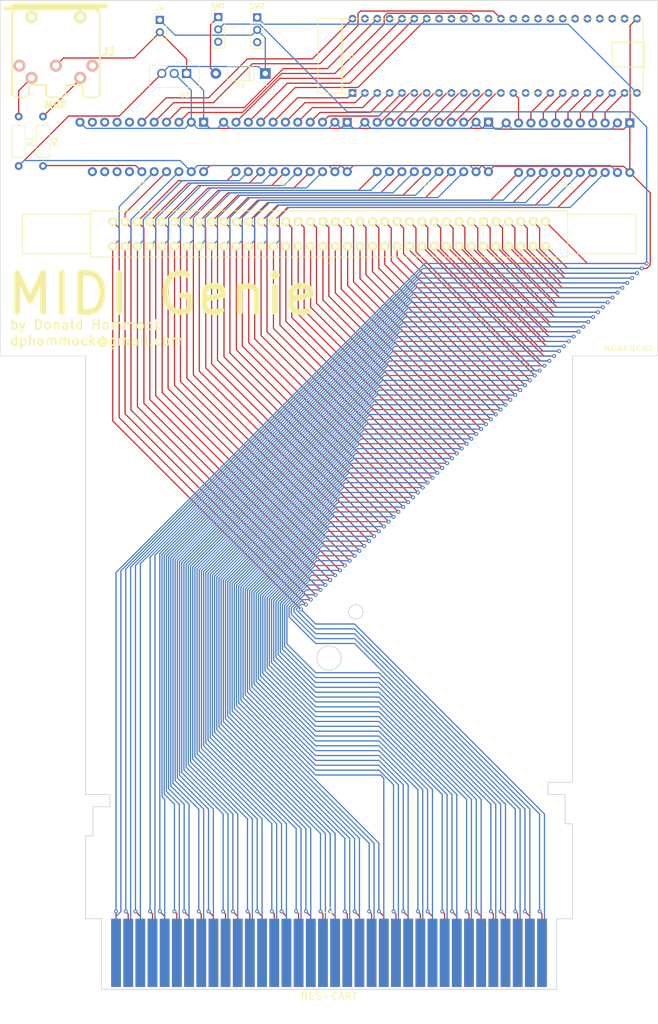
<source format=kicad_pcb>
(kicad_pcb (version 20221018) (generator pcbnew)
  (layers (0 "F.Cu" signal) (31 "B.Cu" signal) (34 "B.Paste" user) (35 "F.Paste" user) (36 "B.SilkS" user "B.Silkscreen") (37 "F.SilkS" user "F.Silkscreen") (38 "B.Mask" user) (39 "F.Mask" user) (44 "Edge.Cuts" user))
  (net 0 "")
  (net 1 "+5V")
  (net 2 "GND1")
  (net 3 "Net-(D1-A)")
  (net 5 "VCC")
  (net 7 "Net-(J3-Pad4)")
  (net 8 "Net-(J3-Pad5)")
  (net 19 "Net-(U1-W5)")
  (net 21 "Net-(U1-U4)")
  (net 26 "GND")
  (net 28 "Net-(SW2-A)")
  (net 30 "+3.3V")
  (net 31 "/CPU_A11")
  (net 32 "/CPU_A10")
  (net 33 "/CPU_A9")
  (net 34 "/SYSTEM_CLK")
  (net 35 "/M2")
  (net 36 "/CPU_A12")
  (net 37 "/CPU_A13")
  (net 38 "/CPU_A14")
  (net 39 "/CPU_D7")
  (net 40 "/CPU_D6")
  (net 41 "/CPU_D5")
  (net 42 "/CPU_D4")
  (net 43 "/CPU_D3")
  (net 44 "/CPU_D2")
  (net 45 "/CPU_D1")
  (net 46 "/CPU_D0")
  (net 47 "/~{ROMSEL}")
  (net 48 "/EXP_9")
  (net 49 "/EXP_8")
  (net 50 "/EXP_7")
  (net 51 "/EXP_6")
  (net 52 "/EXP_5")
  (net 53 "/PPU_~{WR}")
  (net 54 "/CIRAM_~{CE}")
  (net 55 "/PPU_~{A13}")
  (net 56 "/PPU_A7")
  (net 57 "/PPU_A8")
  (net 58 "/PPU_A9")
  (net 59 "/PPU_A11")
  (net 60 "/PPU_A10")
  (net 61 "/PPU_A12")
  (net 62 "/PPU_A13")
  (net 63 "/PPU_D7")
  (net 64 "/PPU_D6")
  (net 65 "/PPU_D5")
  (net 66 "/PPU_D4")
  (net 67 "/CIC_+RST")
  (net 68 "/CIC_CLK")
  (net 69 "/CPU_A8")
  (net 70 "/CPU_A7")
  (net 71 "/CPU_A6")
  (net 72 "/CPU_A5")
  (net 73 "/CPU_A4")
  (net 74 "/CPU_A3")
  (net 75 "/CPU_A2")
  (net 76 "/CPU_A1")
  (net 77 "/CPU_A0")
  (net 78 "/CPU_R~{W}")
  (net 79 "/~{IRQ}")
  (net 80 "/EXP_0")
  (net 81 "/EXP_1")
  (net 82 "/EXP_2")
  (net 83 "/EXP_3")
  (net 84 "/EXP_4")
  (net 85 "/PPU_~{RD}")
  (net 86 "/CIRAM_A10")
  (net 87 "/PPU_A6")
  (net 88 "/PPU_A5")
  (net 89 "/PPU_A4")
  (net 90 "/PPU_A3")
  (net 91 "/PPU_A2")
  (net 92 "/PPU_A1")
  (net 93 "/PPU_A0")
  (net 94 "/PPU_D0")
  (net 95 "/PPU_D1")
  (net 96 "/PPU_D2")
  (net 97 "/PPU_D3")
  (net 98 "/CIC_toPak")
  (net 99 "/CIC_toMB")
  (net 106 "Net-(U1-M3)")
  (net 107 "Net-(U1-L3)")
  (net 108 "Net-(U1-A16)")
  (net 109 "Net-(U1-K3)")
  (net 110 "Net-(U1-C15)")
  (net 111 "Net-(U1-H1)")
  (net 112 "Net-(U1-A15)")
  (net 113 "Net-(U1-B15)")
  (net 114 "Net-(U1-A14)")
  (net 115 "Net-(U1-J3)")
  (net 116 "Net-(U1-J1)")
  (net 117 "Net-(U1-K2)")
  (net 118 "Net-(U1-L1)")
  (net 119 "Net-(U1-L2)")
  (net 120 "Net-(U1-M1)")
  (net 121 "Net-(U1-N3)")
  (net 122 "Net-(U1-P3)")
  (net 123 "Net-(U1-M2)")
  (net 124 "Net-(U1-N1)")
  (net 125 "Net-(U1-N2)")
  (net 126 "Net-(U1-P1)")
  (net 127 "Net-(U1-U2)")
  (net 128 "Net-(U1-W6)")
  (net 129 "Net-(U1-U3)")
  (net 131 "Net-(U1-W7)")
  (net 133 "Net-(U1-V8)")
  (net 134 "Net-(U6-B4)")
  (footprint "Diode_THT:D_DO-41_SOD81_P10.16mm_Horizontal" (layer "F.Cu") (at 90.66 55 180)
    (fp_text reference "D1")
    (fp_text value "1N5819")
  )
  (footprint "Resistor_THT:R_Axial_DIN0207_L6.3mm_D2.5mm_P10.16mm_Horizontal" (layer "F.Cu") (at 40 63.84 -90)
    (fp_text reference "R1")
    (fp_text value "220")
  )
  (footprint "doragasu-footprints:NES-CART-CONN_1" (layer "F.Cu") (at 103.77 87.94 180)
    (fp_text reference "J2")
    (fp_text value "NES-CART-CONN")
  )
  (footprint "Connector_PinHeader_2.54mm:PinHeader_1x03_P2.54mm_Vertical" (layer "F.Cu") (at 89 43.5)
    (fp_text reference "SW2")
    (fp_text value "CMOD_PWR")
  )
  (footprint "level-shifter:level-shifter" (layer "F.Cu") (at 94.8 70.08 180)
    (fp_text reference "U5")
    (fp_text value "~")
  )
  (footprint "Tomarus:CMOD-A7-DIP-48_W15.24mm" (layer "F.Cu") (at 111.12 52.396 90)
    (fp_text reference "U1")
    (fp_text value "CMOD-A7")
  )
  (footprint "Connector_PinHeader_2.54mm:PinHeader_1x02_P2.54mm_Vertical" (layer "F.Cu") (at 69 44)
    (fp_text reference "J4")
    (fp_text value "5V_IN")
  )
  (footprint "doragasu-footprints:NES_CART_FINGERS" (layer "F.Cu") (at 103.75 235.5)
    (fp_text reference "J1")
    (fp_text value "NES-CART")
  )
  (footprint "level-shifter:level-shifter" (layer "F.Cu") (at 65.3 70.08 180)
    (fp_text reference "U6")
    (fp_text value "~")
  )
  (footprint "Connector_PinHeader_2.54mm:PinHeader_1x03_P2.54mm_Vertical" (layer "F.Cu") (at 81 43.42)
    (fp_text reference "SW1")
    (fp_text value "BUS_PWR")
  )
  (footprint "LD1117V33:TO255P1020X450X1968-3" (layer "F.Cu") (at 71.95 55.605 180)
    (fp_text reference "U2")
    (fp_text value "LD1117V33")
  )
  (footprint "level-shifter:level-shifter" (layer "F.Cu") (at 152.84 70.24 180)
    (fp_text reference "U3")
    (fp_text value "~")
  )
  (footprint "level-shifter:level-shifter" (layer "F.Cu") (at 123.8 70.08 180)
    (fp_text reference "U4")
    (fp_text value "~")
  )
  (footprint "Resistor_THT:R_Axial_DIN0207_L6.3mm_D2.5mm_P10.16mm_Horizontal" (layer "F.Cu") (at 45 63.84 -90)
    (fp_text reference "R2")
    (fp_text value "220")
  )
  (footprint "Eurocad:MIDI_DIN5" (layer "F.Cu") (at 47.6513 50.3977 180)
    (fp_text reference "J3")
    (fp_text value "MIDI")
  )
  (gr_line (start 148.75 203) (end 152.25 203) (stroke (width 0.16)) (layer "Edge.Cuts"))
  (gr_line (start 36.25 113) (end 36.25 40) (stroke (width 0.1)) (layer "Edge.Cuts"))
  (gr_line (start 55.25 205.5) (end 58.75 205.5) (stroke (width 0.16)) (layer "Edge.Cuts"))
  (gr_line (start 53.75 113) (end 36.25 113) (stroke (width 0.1)) (layer "Edge.Cuts"))
  (gr_line (start 171.25 113) (end 171.25 40) (stroke (width 0.1)) (layer "Edge.Cuts"))
  (gr_line (start 58.75 203) (end 53.75 203) (stroke (width 0.16)) (layer "Edge.Cuts"))
  (gr_line (start 53.75 203) (end 53.75 113) (stroke (width 0.16)) (layer "Edge.Cuts"))
  (gr_circle (center 103.75 175) (end 106.25 175) (stroke (width 0.16)) (fill none) (layer "Edge.Cuts"))
  (gr_line (start 153.75 113) (end 171.25 113) (stroke (width 0.1)) (layer "Edge.Cuts"))
  (gr_line (start 53.75 228.5) (end 53.75 211.5) (stroke (width 0.16)) (layer "Edge.Cuts"))
  (gr_line (start 148.75 200.5) (end 148.75 203) (stroke (width 0.16)) (layer "Edge.Cuts"))
  (gr_line (start 36.25 40) (end 171.25 40) (stroke (width 0.16)) (layer "Edge.Cuts"))
  (gr_line (start 58.75 205.5) (end 58.75 203) (stroke (width 0.16)) (layer "Edge.Cuts"))
  (gr_line (start 55.25 211.5) (end 55.25 205.5) (stroke (width 0.16)) (layer "Edge.Cuts"))
  (gr_line (start 57 243) (end 57 228.5) (stroke (width 0.16)) (layer "Edge.Cuts"))
  (gr_line (start 153.75 209) (end 153.75 228.5) (stroke (width 0.16)) (layer "Edge.Cuts"))
  (gr_line (start 153.75 113) (end 153.75 200.5) (stroke (width 0.16)) (layer "Edge.Cuts"))
  (gr_line (start 57 228.5) (end 53.75 228.5) (stroke (width 0.16)) (layer "Edge.Cuts"))
  (gr_line (start 152.25 209) (end 153.75 209) (stroke (width 0.16)) (layer "Edge.Cuts"))
  (gr_circle (center 109.25 165.5) (end 110.75 165.5) (stroke (width 0.16)) (fill none) (layer "Edge.Cuts"))
  (gr_line (start 150.5 228.5) (end 150.5 243) (stroke (width 0.16)) (layer "Edge.Cuts"))
  (gr_line (start 152.25 203) (end 152.25 209) (stroke (width 0.16)) (layer "Edge.Cuts"))
  (gr_line (start 53.75 211.5) (end 55.25 211.5) (stroke (width 0.16)) (layer "Edge.Cuts"))
  (gr_line (start 153.75 228.5) (end 150.5 228.5) (stroke (width 0.16)) (layer "Edge.Cuts"))
  (gr_line (start 153.75 200.5) (end 148.75 200.5) (stroke (width 0.16)) (layer "Edge.Cuts"))
  (gr_line (start 150.5 243) (end 57 243) (stroke (width 0.16)) (layer "Edge.Cuts"))
  (gr_text "by Donald Hammock\ndphammock@gmail.com" (at 38 111) (layer "F.SilkS") (effects (font (size 2 2) (thickness 0.3)) (justify left bottom)))
  (gr_text "MIDI Genie" (at 37 105) (layer "F.SilkS") (effects (font (size 8 8) (thickness 1.2)) (justify left bottom)))
  (gr_text "JLCJLCJLCJLC" (at 160 112) (layer "F.SilkS") (effects (font (size 1 1)) (justify left bottom)))
  (segment (start 69.4 55) (end 60.6648 63.7352) (width 0.25) (layer "F.Cu") (net 1))
  (segment (start 60.6648 63.7352) (end 50.2648 63.7352) (width 0.25) (layer "F.Cu") (net 1))
  (segment (start 50.2648 63.7352) (end 40 74) (width 0.25) (layer "F.Cu") (net 1))
  (segment (start 132.695 73.8952) (end 106.225 73.8952) (width 0.25) (layer "B.Cu") (net 1))
  (segment (start 90.66 55) (end 89.235 53.575) (width 0.25) (layer "B.Cu") (net 1))
  (segment (start 41.125 72.875) (end 40 74) (width 0.25) (layer "B.Cu") (net 1))
  (segment (start 90.66 47.7) (end 89 46.04) (width 0.25) (layer "B.Cu") (net 1))
  (segment (start 87.905 47.135) (end 72.135 47.135) (width 0.25) (layer "B.Cu") (net 1))
  (segment (start 104.96 75.16) (end 103.695 73.8952) (width 0.25) (layer "B.Cu") (net 1))
  (segment (start 106.225 73.8952) (end 104.96 75.16) (width 0.25) (layer "B.Cu") (net 1))
  (segment (start 133.96 75.16) (end 132.695 73.8952) (width 0.25) (layer "B.Cu") (net 1))
  (segment (start 89.235 53.575) (end 70.825 53.575) (width 0.25) (layer "B.Cu") (net 1))
  (segment (start 161.575 73.8952) (end 135.225 73.8952) (width 0.25) (layer "B.Cu") (net 1))
  (segment (start 163 75.32) (end 161.575 73.8952) (width 0.25) (layer "B.Cu") (net 1))
  (segment (start 70.825 53.575) (end 69.4 55) (width 0.25) (layer "B.Cu") (net 1))
  (segment (start 73.175 72.875) (end 41.125 72.875) (width 0.25) (layer "B.Cu") (net 1))
  (segment (start 89 46.04) (end 87.905 47.135) (width 0.25) (layer "B.Cu") (net 1))
  (segment (start 90.66 55) (end 90.66 47.7) (width 0.25) (layer "B.Cu") (net 1))
  (segment (start 103.695 73.8952) (end 76.7248 73.8952) (width 0.25) (layer "B.Cu") (net 1))
  (segment (start 72.135 47.135) (end 69 44) (width 0.25) (layer "B.Cu") (net 1))
  (segment (start 75.46 75.16) (end 73.175 72.875) (width 0.25) (layer "B.Cu") (net 1))
  (segment (start 76.7248 73.8952) (end 75.46 75.16) (width 0.25) (layer "B.Cu") (net 1))
  (segment (start 135.225 73.8952) (end 133.96 75.16) (width 0.25) (layer "B.Cu") (net 1))
  (segment (start 60.646 86.726) (end 60.646 125.646) (width 0.25) (layer "F.Cu") (net 2))
  (segment (start 147.5 227.5) (end 147.5 235.5) (width 0.25) (layer "F.Cu") (net 2))
  (segment (start 147 227) (end 147.5 227.5) (width 0.25) (layer "F.Cu") (net 2))
  (segment (start 60.646 125.646) (end 99 164) (width 0.25) (layer "F.Cu") (net 2))
  (segment (start 59.32 85.4) (end 60.646 86.726) (width 0.25) (layer "F.Cu") (net 2))
  (via (at 147 227) (size 0.8) (drill 0.4) (layers "F.Cu" "B.Cu") (net 2))
  (via (at 99 164) (size 0.8) (drill 0.4) (layers "F.Cu" "B.Cu") (net 2))
  (segment (start 97.975 164) (end 97 164.975) (width 0.25) (layer "B.Cu") (net 2))
  (segment (start 97 165.025) (end 100.975 169) (width 0.25) (layer "B.Cu") (net 2))
  (segment (start 99 164) (end 97.975 164) (width 0.25) (layer "B.Cu") (net 2))
  (segment (start 109 169) (end 147 207) (width 0.25) (layer "B.Cu") (net 2))
  (segment (start 147 207) (end 147 227) (width 0.25) (layer "B.Cu") (net 2))
  (segment (start 100.975 169) (end 109 169) (width 0.25) (layer "B.Cu") (net 2))
  (segment (start 97 164.975) (end 97 165.025) (width 0.25) (layer "B.Cu") (net 2))
  (segment (start 80.5 55) (end 79.4 53.9) (width 0.25) (layer "F.Cu") (net 3))
  (segment (start 79.4 45.02) (end 81 43.42) (width 0.25) (layer "F.Cu") (net 3))
  (segment (start 79.4 53.9) (end 79.4 45.02) (width 0.25) (layer "F.Cu") (net 3))
  (segment (start 60 235.5) (end 60 227) (width 0.25) (layer "F.Cu") (net 5))
  (segment (start 148.22 85.4) (end 156.82 94) (width 0.25) (layer "F.Cu") (net 5))
  (segment (start 156.82 94) (end 169 94) (width 0.25) (layer "F.Cu") (net 5))
  (via (at 169 94) (size 0.8) (drill 0.4) (layers "F.Cu" "B.Cu") (net 5))
  (via (at 60 227) (size 0.8) (drill 0.4) (layers "F.Cu" "B.Cu") (net 5))
  (segment (start 169 66) (end 169 94) (width 0.25) (layer "B.Cu") (net 5))
  (segment (start 123.427 94) (end 60 157.427) (width 0.25) (layer "B.Cu") (net 5))
  (segment (start 82.095 44.865) (end 89.4867 44.865) (width 0.25) (layer "B.Cu") (net 5))
  (segment (start 60 157.427) (end 60 227) (width 0.25) (layer "B.Cu") (net 5))
  (segment (start 107.497 62.875) (end 165.875 62.875) (width 0.25) (layer "B.Cu") (net 5))
  (segment (start 81 45.96) (end 82.095 44.865) (width 0.25) (layer "B.Cu") (net 5))
  (segment (start 89.4867 44.865) (end 107.497 62.875) (width 0.25) (layer "B.Cu") (net 5))
  (segment (start 165.875 62.875) (end 169 66) (width 0.25) (layer "B.Cu") (net 5))
  (segment (start 169 94) (end 123.427 94) (width 0.25) (layer "B.Cu") (net 5))
  (segment (start 40 58.5519) (end 40 63.84) (width 0.25) (layer "F.Cu") (net 7))
  (segment (start 42.6551 55.8968) (end 40 58.5519) (width 0.25) (layer "F.Cu") (net 7))
  (segment (start 52.6475 56.1925) (end 52.6475 55.8968) (width 0.25) (layer "F.Cu") (net 8))
  (segment (start 45 63.84) (end 52.6475 56.1925) (width 0.25) (layer "F.Cu") (net 8))
  (segment (start 67.84 65) (end 71.84 61) (width 0.25) (layer "F.Cu") (net 19))
  (segment (start 80 61) (end 88 53) (width 0.25) (layer "F.Cu") (net 19))
  (segment (start 88 53) (end 101.88 53) (width 0.25) (layer "F.Cu") (net 19))
  (segment (start 110.214999 42.185) (end 109.705 42.694999) (width 0.25) (layer "F.Cu") (net 19))
  (segment (start 137.485 42.185) (end 110.214999 42.185) (width 0.25) (layer "F.Cu") (net 19))
  (segment (start 71.84 61) (end 80 61) (width 0.25) (layer "F.Cu") (net 19))
  (segment (start 137.485 42.185) (end 139.06 43.76) (width 0.25) (layer "F.Cu") (net 19))
  (segment (start 109.705 45.175) (end 101.88 53) (width 0.25) (layer "F.Cu") (net 19))
  (segment (start 109.705 42.694999) (end 109.705 45.175) (width 0.25) (layer "F.Cu") (net 19))
  (segment (start 72.92 65) (end 74.92 63) (width 0.25) (layer "F.Cu") (net 21))
  (segment (start 86.0036 63) (end 94.0036 55) (width 0.25) (layer "F.Cu") (net 21))
  (segment (start 115.075 43.294009) (end 115.734009 42.635) (width 0.25) (layer "F.Cu") (net 21))
  (segment (start 115.734009 42.635) (end 132.855 42.635) (width 0.25) (layer "F.Cu") (net 21))
  (segment (start 74.92 63) (end 86.0036 63) (width 0.25) (layer "F.Cu") (net 21))
  (segment (start 94.0036 55) (end 104.96 55) (width 0.25) (layer "F.Cu") (net 21))
  (segment (start 115.075 44.885) (end 115.075 43.294009) (width 0.25) (layer "F.Cu") (net 21))
  (segment (start 104.96 55) (end 115.075 44.885) (width 0.25) (layer "F.Cu") (net 21))
  (segment (start 132.855 42.635) (end 133.98 43.76) (width 0.25) (layer "F.Cu") (net 21))
  (segment (start 108.765 73.8952) (end 107.5 75.16) (width 0.25) (layer "F.Cu") (net 26))
  (segment (start 165.54 75.32) (end 165.54 65.16) (width 0.25) (layer "F.Cu") (net 26))
  (segment (start 108.765 66.2648) (end 135.235 66.2648) (width 0.25) (layer "F.Cu") (net 26))
  (segment (start 165.585 65.115) (end 165.585 45.175) (width 0.25) (layer "F.Cu") (net 26))
  (segment (start 79.2648 73.8952) (end 78 75.16) (width 0.25) (layer "F.Cu") (net 26))
  (segment (start 106.235 73.8952) (end 79.2648 73.8952) (width 0.25) (layer "F.Cu") (net 26))
  (segment (start 137.925 66.4248) (end 164.275 66.4248) (width 0.25) (layer "F.Cu") (net 26))
  (segment (start 168 95) (end 169.025 95) (width 0.25) (layer "F.Cu") (net 26))
  (segment (start 148.22 90.48) (end 152.74 95) (width 0.25) (layer "F.Cu") (net 26))
  (segment (start 169.725 94.3) (end 169.725 79.505) (width 0.25) (layer "F.Cu") (net 26))
  (segment (start 165.585 45.175) (end 167 43.76) (width 0.25) (layer "F.Cu") (net 26))
  (segment (start 49.22852 51.82022) (end 63.71978 51.82022) (width 0.25) (layer "F.Cu") (net 26))
  (segment (start 164.275 66.4248) (end 165.54 65.16) (width 0.25) (layer "F.Cu") (net 26))
  (segment (start 74.5 52.04) (end 69 46.54) (width 0.25) (layer "F.Cu") (net 26))
  (segment (start 137.605 74.0552) (end 164.275 74.0552) (width 0.25) (layer "F.Cu") (net 26))
  (segment (start 169.025 95) (end 169.725 94.3) (width 0.25) (layer "F.Cu") (net 26))
  (segment (start 135.235 73.8952) (end 108.765 73.8952) (width 0.25) (layer "F.Cu") (net 26))
  (segment (start 78 65) (end 79.2648 66.2648) (width 0.25) (layer "F.Cu") (net 26))
  (segment (start 107.5 65) (end 108.765 66.2648) (width 0.25) (layer "F.Cu") (net 26))
  (segment (start 107.5 75.16) (end 106.235 73.8952) (width 0.25) (layer "F.Cu") (net 26))
  (segment (start 47.6513 53.39744) (end 49.22852 51.82022) (width 0.25) (layer "F.Cu") (net 26))
  (segment (start 136.5 75.16) (end 135.235 73.8952) (width 0.25) (layer "F.Cu") (net 26))
  (segment (start 135.235 66.2648) (end 136.5 65) (width 0.25) (layer "F.Cu") (net 26))
  (segment (start 136.5 75.16) (end 137.605 74.0552) (width 0.25) (layer "F.Cu") (net 26))
  (segment (start 74.5 55) (end 74.5 52.04) (width 0.25) (layer "F.Cu") (net 26))
  (segment (start 106.235 66.2648) (end 107.5 65) (width 0.25) (layer "F.Cu") (net 26))
  (segment (start 79.2648 66.2648) (end 106.235 66.2648) (width 0.25) (layer "F.Cu") (net 26))
  (segment (start 63.71978 51.82022) (end 69 46.54) (width 0.25) (layer "F.Cu") (net 26))
  (segment (start 136.5 65) (end 137.925 66.4248) (width 0.25) (layer "F.Cu") (net 26))
  (segment (start 152.74 95) (end 168 95) (width 0.25) (layer "F.Cu") (net 26))
  (segment (start 164.275 74.0552) (end 165.54 75.32) (width 0.25) (layer "F.Cu") (net 26))
  (segment (start 169.725 79.505) (end 165.54 75.32) (width 0.25) (layer "F.Cu") (net 26))
  (segment (start 165.54 65.16) (end 165.585 65.115) (width 0.25) (layer "F.Cu") (net 26))
  (via (at 168 95) (size 0.8) (drill 0.4) (layers "F.Cu" "B.Cu") (net 26))
  (segment (start 61 157.063) (end 61 227.025) (width 0.25) (layer "B.Cu") (net 26))
  (segment (start 78 58.5) (end 74.5 55) (width 0.25) (layer "B.Cu") (net 26))
  (segment (start 168 95) (end 123.063 95) (width 0.25) (layer "B.Cu") (net 26))
  (segment (start 78 65) (end 78 58.5) (width 0.25) (layer "B.Cu") (net 26))
  (segment (start 123.063 95) (end 61 157.063) (width 0.25) (layer "B.Cu") (net 26))
  (segment (start 61 227.025) (end 60.0253 228) (width 0.25) (layer "B.Cu") (net 26))
  (segment (start 60 228) (end 60 235.5) (width 0.25) (layer "B.Cu") (net 26))
  (segment (start 60.0253 228) (end 60 228) (width 0.25) (layer "B.Cu") (net 26))
  (segment (start 89 43.5) (end 90.385 44.885) (width 0.25) (layer "B.Cu") (net 28))
  (segment (start 152.885 44.885) (end 167 59) (width 0.25) (layer "B.Cu") (net 28))
  (segment (start 90.385 44.885) (end 152.885 44.885) (width 0.25) (layer "B.Cu") (net 28))
  (segment (start 74.1952 66.2648) (end 53.8648 66.2648) (width 0.25) (layer "B.Cu") (net 30))
  (segment (start 133.96 65) (end 132.695 66.2648) (width 0.25) (layer "B.Cu") (net 30))
  (segment (start 132.695 66.2648) (end 112.365 66.2648) (width 0.25) (layer "B.Cu") (net 30))
  (segment (start 163 65.16) (end 161.735 66.4248) (width 0.25) (layer "B.Cu") (net 30))
  (segment (start 104.96 65) (end 106.225 66.2648) (width 0.25) (layer "B.Cu") (net 30))
  (segment (start 135.225 66.2648) (end 139.035 66.2648) (width 0.25) (layer "B.Cu") (net 30))
  (segment (start 75.46 58.51) (end 71.95 55) (width 0.25) (layer "B.Cu") (net 30))
  (segment (start 76.7248 66.2648) (end 80.8352 66.2648) (width 0.25) (layer "B.Cu") (net 30))
  (segment (start 109.835 66.2648) (end 111.1 65) (width 0.25) (layer "B.Cu") (net 30))
  (segment (start 139.035 66.2648) (end 140.14 65.16) (width 0.25) (layer "B.Cu") (net 30))
  (segment (start 106.225 66.2648) (end 109.835 66.2648) (width 0.25) (layer "B.Cu") (net 30))
  (segment (start 80.8352 66.2648) (end 82.1 65) (width 0.25) (layer "B.Cu") (net 30))
  (segment (start 75.46 65) (end 74.1952 66.2648) (width 0.25) (layer "B.Cu") (net 30))
  (segment (start 104.96 65) (end 103.695 66.2648) (width 0.25) (layer "B.Cu") (net 30))
  (segment (start 133.96 65) (end 135.225 66.2648) (width 0.25) (layer "B.Cu") (net 30))
  (segment (start 103.695 66.2648) (end 83.3648 66.2648) (width 0.25) (layer "B.Cu") (net 30))
  (segment (start 75.46 65) (end 76.7248 66.2648) (width 0.25) (layer "B.Cu") (net 30))
  (segment (start 112.365 66.2648) (end 111.1 65) (width 0.25) (layer "B.Cu") (net 30))
  (segment (start 161.735 66.4248) (end 141.405 66.4248) (width 0.25) (layer "B.Cu") (net 30))
  (segment (start 141.405 66.4248) (end 140.14 65.16) (width 0.25) (layer "B.Cu") (net 30))
  (segment (start 75.46 65) (end 75.46 58.51) (width 0.25) (layer "B.Cu") (net 30))
  (segment (start 83.3648 66.2648) (end 82.1 65) (width 0.25) (layer "B.Cu") (net 30))
  (segment (start 53.8648 66.2648) (end 52.6 65) (width 0.25) (layer "B.Cu") (net 30))
  (segment (start 63.074 86.614) (end 63.074 124.074) (width 0.25) (layer "F.Cu") (net 31))
  (segment (start 61.86 85.4) (end 61.86 83.68) (width 0.25) (layer "F.Cu") (net 31))
  (segment (start 61.86 85.4) (end 63.074 86.614) (width 0.25) (layer "F.Cu") (net 31))
  (segment (start 144 227) (end 145 228) (width 0.25) (layer "F.Cu") (net 31))
  (segment (start 63.074 124.074) (end 101 162) (width 0.25) (layer "F.Cu") (net 31))
  (segment (start 61.86 83.68) (end 70.38 75.16) (width 0.25) (layer "F.Cu") (net 31))
  (segment (start 145 228) (end 145 235.5) (width 0.25) (layer "F.Cu") (net 31))
  (via (at 144 227) (size 0.8) (drill 0.4) (layers "F.Cu" "B.Cu") (net 31))
  (via (at 101 162) (size 0.8) (drill 0.4) (layers "F.Cu" "B.Cu") (net 31))
  (segment (start 101 171) (end 109 171) (width 0.25) (layer "B.Cu") (net 31))
  (segment (start 144 206) (end 144 227) (width 0.25) (layer "B.Cu") (net 31))
  (segment (start 109 171) (end 144 206) (width 0.25) (layer "B.Cu") (net 31))
  (segment (start 96 164.702) (end 96 166) (width 0.25) (layer "B.Cu") (net 31))
  (segment (start 98.702 162) (end 96 164.702) (width 0.25) (layer "B.Cu") (net 31))
  (segment (start 96 166) (end 101 171) (width 0.25) (layer "B.Cu") (net 31))
  (segment (start 101 162) (end 98.702 162) (width 0.25) (layer "B.Cu") (net 31))
  (segment (start 82.8 77) (end 84.64 75.16) (width 0.25) (layer "F.Cu") (net 32))
  (segment (start 65.726 122.726) (end 103 160) (width 0.25) (layer "F.Cu") (net 32))
  (segment (start 65.726 86.726) (end 65.726 122.726) (width 0.25) (layer "F.Cu") (net 32))
  (segment (start 64.4 85.4) (end 64.6853 85.6853) (width 0.25) (layer "F.Cu") (net 32))
  (segment (start 64.4 85.4) (end 72.8 77) (width 0.25) (layer "F.Cu") (net 32))
  (segment (start 142 227) (end 142.5 227.5) (width 0.25) (layer "F.Cu") (net 32))
  (segment (start 142.5 227.5) (end 142.5 235.5) (width 0.25) (layer "F.Cu") (net 32))
  (segment (start 64.6853 85.6853) (end 65.726 86.726) (width 0.25) (layer "F.Cu") (net 32))
  (segment (start 72.8 77) (end 82.8 77) (width 0.25) (layer "F.Cu") (net 32))
  (via (at 103 160) (size 0.8) (drill 0.4) (layers "F.Cu" "B.Cu") (net 32))
  (via (at 142 227) (size 0.8) (drill 0.4) (layers "F.Cu" "B.Cu") (net 32))
  (segment (start 142 206) (end 142 227) (width 0.25) (layer "B.Cu") (net 32))
  (segment (start 95.1 164.329) (end 95.1 172.1) (width 0.25) (layer "B.Cu") (net 32))
  (segment (start 114 178) (end 142 206) (width 0.25) (layer "B.Cu") (net 32))
  (segment (start 103 160) (end 99.429 160) (width 0.25) (layer "B.Cu") (net 32))
  (segment (start 99.429 160) (end 95.1 164.329) (width 0.25) (layer "B.Cu") (net 32))
  (segment (start 95.1 172.1) (end 101 178) (width 0.25) (layer "B.Cu") (net 32))
  (segment (start 101 178) (end 114 178) (width 0.25) (layer "B.Cu") (net 32))
  (segment (start 139 227) (end 140 228) (width 0.25) (layer "F.Cu") (net 33))
  (segment (start 68.154 86.614) (end 68.154 121.154) (width 0.25) (layer "F.Cu") (net 33))
  (segment (start 74.84 77.5) (end 87.38 77.5) (width 0.25) (layer "F.Cu") (net 33))
  (segment (start 68.154 121.154) (end 105 158) (width 0.25) (layer "F.Cu") (net 33))
  (segment (start 140 228) (end 140 235.5) (width 0.25) (layer "F.Cu") (net 33))
  (segment (start 67.0748 85.5348) (end 68.154 86.614) (width 0.25) (layer "F.Cu") (net 33))
  (segment (start 66.94 85.4) (end 67.0748 85.5348) (width 0.25) (layer "F.Cu") (net 33))
  (segment (start 87.38 77.5) (end 89.72 75.16) (width 0.25) (layer "F.Cu") (net 33))
  (segment (start 66.94 85.4) (end 74.84 77.5) (width 0.25) (layer "F.Cu") (net 33))
  (via (at 139 227) (size 0.8) (drill 0.4) (layers "F.Cu" "B.Cu") (net 33))
  (via (at 105 158) (size 0.8) (drill 0.4) (layers "F.Cu" "B.Cu") (net 33))
  (segment (start 101 180) (end 114 180) (width 0.25) (layer "B.Cu") (net 33))
  (segment (start 100.156 158) (end 94.2 163.956) (width 0.25) (layer "B.Cu") (net 33))
  (segment (start 94.2 173.2) (end 101 180) (width 0.25) (layer "B.Cu") (net 33))
  (segment (start 105 158) (end 100.156 158) (width 0.25) (layer "B.Cu") (net 33))
  (segment (start 94.2 163.956) (end 94.2 173.2) (width 0.25) (layer "B.Cu") (net 33))
  (segment (start 139 205) (end 139 227) (width 0.25) (layer "B.Cu") (net 33))
  (segment (start 114 180) (end 139 205) (width 0.25) (layer "B.Cu") (net 33))
  (segment (start 59.32 126.32) (end 98 165) (width 0.25) (layer "F.Cu") (net 34))
  (segment (start 59.32 90.48) (end 59.32 126.32) (width 0.25) (layer "F.Cu") (net 34))
  (via (at 98 165) (size 0.8) (drill 0.4) (layers "F.Cu" "B.Cu") (net 34))
  (segment (start 101 168) (end 109 168) (width 0.25) (layer "B.Cu") (net 34))
  (segment (start 59.32 90.48) (end 60.646 89.154) (width 0.25) (layer "B.Cu") (net 34))
  (segment (start 60.646 89.154) (end 60.646 82.354) (width 0.25) (layer "B.Cu") (net 34))
  (segment (start 98 165) (end 101 168) (width 0.25) (layer "B.Cu") (net 34))
  (segment (start 60.646 82.354) (end 67.84 75.16) (width 0.25) (layer "B.Cu") (net 34))
  (segment (start 109 168) (end 148 207) (width 0.25) (layer "B.Cu") (net 34))
  (segment (start 148 207) (end 148 235) (width 0.25) (layer "B.Cu") (net 34))
  (segment (start 148 235) (end 147.5 235.5) (width 0.25) (layer "B.Cu") (net 34))
  (segment (start 61.86 90.48) (end 61.86 124.86) (width 0.25) (layer "F.Cu") (net 35))
  (segment (start 61.86 124.86) (end 100 163) (width 0.25) (layer "F.Cu") (net 35))
  (via (at 100 163) (size 0.8) (drill 0.4) (layers "F.Cu" "B.Cu") (net 35))
  (segment (start 109 170) (end 101 170) (width 0.25) (layer "B.Cu") (net 35))
  (segment (start 145 235.5) (end 145 206) (width 0.25) (layer "B.Cu") (net 35))
  (segment (start 96.55 164.788) (end 98.338 163) (width 0.25) (layer "B.Cu") (net 35))
  (segment (start 61.86 90.48) (end 63.074 89.266) (width 0.25) (layer "B.Cu") (net 35))
  (segment (start 145 206) (end 109 170) (width 0.25) (layer "B.Cu") (net 35))
  (segment (start 101 170) (end 96.55 165.55) (width 0.25) (layer "B.Cu") (net 35))
  (segment (start 63.074 85.006) (end 72.92 75.16) (width 0.25) (layer "B.Cu") (net 35))
  (segment (start 98.338 163) (end 100 163) (width 0.25) (layer "B.Cu") (net 35))
  (segment (start 63.074 89.266) (end 63.074 85.006) (width 0.25) (layer "B.Cu") (net 35))
  (segment (start 96.55 165.55) (end 96.55 164.788) (width 0.25) (layer "B.Cu") (net 35))
  (segment (start 64.4 90.48) (end 64.4 123.4) (width 0.25) (layer "F.Cu") (net 36))
  (segment (start 64.4 123.4) (end 102 161) (width 0.25) (layer "F.Cu") (net 36))
  (via (at 102 161) (size 0.8) (drill 0.4) (layers "F.Cu" "B.Cu") (net 36))
  (segment (start 65.614 85.009144) (end 73.623144 77) (width 0.25) (layer "B.Cu") (net 36))
  (segment (start 101 172) (end 109 172) (width 0.25) (layer "B.Cu") (net 36))
  (segment (start 102 161) (end 99.066 161) (width 0.25) (layer "B.Cu") (net 36))
  (segment (start 109 172) (end 143 206) (width 0.25) (layer "B.Cu") (net 36))
  (segment (start 65.614 89.266) (end 65.614 85.009144) (width 0.25) (layer "B.Cu") (net 36))
  (segment (start 95.55 164.516) (end 95.55 166.55) (width 0.25) (layer "B.Cu") (net 36))
  (segment (start 143 235) (end 142.5 235.5) (width 0.25) (layer "B.Cu") (net 36))
  (segment (start 143 206) (end 143 235) (width 0.25) (layer "B.Cu") (net 36))
  (segment (start 95.55 166.55) (end 101 172) (width 0.25) (layer "B.Cu") (net 36))
  (segment (start 64.4 90.48) (end 65.614 89.266) (width 0.25) (layer "B.Cu") (net 36))
  (segment (start 99.066 161) (end 95.55 164.516) (width 0.25) (layer "B.Cu") (net 36))
  (segment (start 73.623144 77) (end 85.34 77) (width 0.25) (layer "B.Cu") (net 36))
  (segment (start 85.34 77) (end 87.18 75.16) (width 0.25) (layer "B.Cu") (net 36))
  (segment (start 66.94 90.48) (end 66.94 121.94) (width 0.25) (layer "F.Cu") (net 37))
  (segment (start 66.94 121.94) (end 104 159) (width 0.25) (layer "F.Cu") (net 37))
  (via (at 104 159) (size 0.8) (drill 0.4) (layers "F.Cu" "B.Cu") (net 37))
  (segment (start 89.92 77.5) (end 92.26 75.16) (width 0.25) (layer "B.Cu") (net 37))
  (segment (start 68.154 89.266) (end 68.154 84.846) (width 0.25) (layer "B.Cu") (net 37))
  (segment (start 75.5 77.5) (end 89.92 77.5) (width 0.25) (layer "B.Cu") (net 37))
  (segment (start 101 179) (end 114 179) (width 0.25) (layer "B.Cu") (net 37))
  (segment (start 114 179) (end 140 205) (width 0.25) (layer "B.Cu") (net 37))
  (segment (start 99.793 159) (end 94.65 164.143) (width 0.25) (layer "B.Cu") (net 37))
  (segment (start 94.65 164.143) (end 94.65 172.65) (width 0.25) (layer "B.Cu") (net 37))
  (segment (start 68.154 84.846) (end 75.5 77.5) (width 0.25) (layer "B.Cu") (net 37))
  (segment (start 94.65 172.65) (end 101 179) (width 0.25) (layer "B.Cu") (net 37))
  (segment (start 104 159) (end 99.793 159) (width 0.25) (layer "B.Cu") (net 37))
  (segment (start 66.94 90.48) (end 68.154 89.266) (width 0.25) (layer "B.Cu") (net 37))
  (segment (start 140 205) (end 140 235.5) (width 0.25) (layer "B.Cu") (net 37))
  (segment (start 69.48 90.48) (end 69.48 120.48) (width 0.25) (layer "F.Cu") (net 38))
  (segment (start 69.48 120.48) (end 106 157) (width 0.25) (layer "F.Cu") (net 38))
  (via (at 106 157) (size 0.8) (drill 0.4) (layers "F.Cu" "B.Cu") (net 38))
  (segment (start 77.5 78) (end 94.5 78) (width 0.25) (layer "B.Cu") (net 38))
  (segment (start 138 205) (end 138 235) (width 0.25) (layer "B.Cu") (net 38))
  (segment (start 70.806 84.694) (end 77.5 78) (width 0.25) (layer "B.Cu") (net 38))
  (segment (start 106 157) (end 100.52 157) (width 0.25) (layer "B.Cu") (net 38))
  (segment (start 69.48 90.48) (end 70.806 89.154) (width 0.25) (layer "B.Cu") (net 38))
  (segment (start 101 181) (end 114 181) (width 0.25) (layer "B.Cu") (net 38))
  (segment (start 114 181) (end 138 205) (width 0.25) (layer "B.Cu") (net 38))
  (segment (start 93.75 173.75) (end 101 181) (width 0.25) (layer "B.Cu") (net 38))
  (segment (start 100.52 157) (end 93.75 163.77) (width 0.25) (layer "B.Cu") (net 38))
  (segment (start 70.806 89.154) (end 70.806 84.694) (width 0.25) (layer "B.Cu") (net 38))
  (segment (start 93.75 163.77) (end 93.75 173.75) (width 0.25) (layer "B.Cu") (net 38))
  (segment (start 138 235) (end 137.5 235.5) (width 0.25) (layer "B.Cu") (net 38))
  (segment (start 94.5 78) (end 97.34 75.16) (width 0.25) (layer "B.Cu") (net 38))
  (segment (start 72.02 90.48) (end 72.02 119.02) (width 0.25) (layer "F.Cu") (net 39))
  (segment (start 72.02 119.02) (end 108 155) (width 0.25) (layer "F.Cu") (net 39))
  (via (at 108 155) (size 0.8) (drill 0.4) (layers "F.Cu" "B.Cu") (net 39))
  (segment (start 79.5 78.5) (end 99.08 78.5) (width 0.25) (layer "B.Cu") (net 39))
  (segment (start 108 155) (end 101.247 155) (width 0.25) (layer "B.Cu") (net 39))
  (segment (start 101 183) (end 114 183) (width 0.25) (layer "B.Cu") (net 39))
  (segment (start 99.08 78.5) (end 102.42 75.16) (width 0.25) (layer "B.Cu") (net 39))
  (segment (start 73.234 89.266) (end 73.234 84.766) (width 0.25) (layer "B.Cu") (net 39))
  (segment (start 73.234 84.766) (end 79.5 78.5) (width 0.25) (layer "B.Cu") (net 39))
  (segment (start 101.247 155) (end 92.85 163.397) (width 0.25) (layer "B.Cu") (net 39))
  (segment (start 92.85 163.397) (end 92.85 174.85) (width 0.25) (layer "B.Cu") (net 39))
  (segment (start 72.02 90.48) (end 73.234 89.266) (width 0.25) (layer "B.Cu") (net 39))
  (segment (start 135 204) (end 135 235.5) (width 0.25) (layer "B.Cu") (net 39))
  (segment (start 92.85 174.85) (end 101 183) (width 0.25) (layer "B.Cu") (net 39))
  (segment (start 114 183) (end 135 204) (width 0.25) (layer "B.Cu") (net 39))
  (segment (start 74.56 90.48) (end 74.56 117.56) (width 0.25) (layer "F.Cu") (net 40))
  (segment (start 74.56 117.56) (end 110 153) (width 0.25) (layer "F.Cu") (net 40))
  (via (at 110 153) (size 0.8) (drill 0.4) (layers "F.Cu" "B.Cu") (net 40))
  (segment (start 75.886 89.154) (end 75.886 84.614) (width 0.25) (layer "B.Cu") (net 40))
  (segment (start 91.95 175.95) (end 101 185) (width 0.25) (layer "B.Cu") (net 40))
  (segment (start 101.974 153) (end 91.95 163.024) (width 0.25) (layer "B.Cu") (net 40))
  (segment (start 101 185) (end 114 185) (width 0.25) (layer "B.Cu") (net 40))
  (segment (start 91.95 163.024) (end 91.95 175.95) (width 0.25) (layer "B.Cu") (net 40))
  (segment (start 133 204) (end 133 235) (width 0.25) (layer "B.Cu") (net 40))
  (segment (start 75.886 84.614) (end 81.5 79) (width 0.25) (layer "B.Cu") (net 40))
  (segment (start 133 235) (end 132.5 235.5) (width 0.25) (layer "B.Cu") (net 40))
  (segment (start 112.34 79) (end 116.18 75.16) (width 0.25) (layer "B.Cu") (net 40))
  (segment (start 74.56 90.48) (end 75.886 89.154) (width 0.25) (layer "B.Cu") (net 40))
  (segment (start 110 153) (end 101.974 153) (width 0.25) (layer "B.Cu") (net 40))
  (segment (start 114 185) (end 133 204) (width 0.25) (layer "B.Cu") (net 40))
  (segment (start 81.5 79) (end 112.34 79) (width 0.25) (layer "B.Cu") (net 40))
  (segment (start 77.1 90.48) (end 77.1 116.1) (width 0.25) (layer "F.Cu") (net 41))
  (segment (start 77.1 116.1) (end 112 151) (width 0.25) (layer "F.Cu") (net 41))
  (via (at 112 151) (size 0.8) (drill 0.4) (layers "F.Cu" "B.Cu") (net 41))
  (segment (start 116.92 79.5) (end 121.26 75.16) (width 0.25) (layer "B.Cu") (net 41))
  (segment (start 78.314 89.266) (end 78.314 84.686) (width 0.25) (layer "B.Cu") (net 41))
  (segment (start 130 203) (end 130 235.5) (width 0.25) (layer "B.Cu") (net 41))
  (segment (start 77.1 90.48) (end 78.314 89.266) (width 0.25) (layer "B.Cu") (net 41))
  (segment (start 112 151) (end 102.702 151) (width 0.25) (layer "B.Cu") (net 41))
  (segment (start 114 187) (end 130 203) (width 0.25) (layer "B.Cu") (net 41))
  (segment (start 91.05 177.05) (end 101 187) (width 0.25) (layer "B.Cu") (net 41))
  (segment (start 101 187) (end 114 187) (width 0.25) (layer "B.Cu") (net 41))
  (segment (start 91.05 162.652) (end 91.05 177.05) (width 0.25) (layer "B.Cu") (net 41))
  (segment (start 78.314 84.686) (end 83.5 79.5) (width 0.25) (layer "B.Cu") (net 41))
  (segment (start 83.5 79.5) (end 116.92 79.5) (width 0.25) (layer "B.Cu") (net 41))
  (segment (start 102.702 151) (end 91.05 162.652) (width 0.25) (layer "B.Cu") (net 41))
  (segment (start 79.64 114.64) (end 114 149) (width 0.25) (layer "F.Cu") (net 42))
  (segment (start 79.64 90.48) (end 79.64 114.64) (width 0.25) (layer "F.Cu") (net 42))
  (via (at 114 149) (size 0.8) (drill 0.4) (layers "F.Cu" "B.Cu") (net 42))
  (segment (start 80.854 89.266) (end 80.854 84.646) (width 0.25) (layer "B.Cu") (net 42))
  (segment (start 90.15 162.279) (end 90.15 178.15) (width 0.25) (layer "B.Cu") (net 42))
  (segment (start 128 235) (end 127.5 235.5) (width 0.25) (layer "B.Cu") (net 42))
  (segment (start 103.429 149) (end 90.15 162.279) (width 0.25) (layer "B.Cu") (net 42))
  (segment (start 80.854 84.646) (end 85.5 80) (width 0.25) (layer "B.Cu") (net 42))
  (segment (start 114 189) (end 128 203) (width 0.25) (layer "B.Cu") (net 42))
  (segment (start 90.15 178.15) (end 101 189) (width 0.25) (layer "B.Cu") (net 42))
  (segment (start 128 203) (end 128 235) (width 0.25) (layer "B.Cu") (net 42))
  (segment (start 85.5 80) (end 121.5 80) (width 0.25) (layer "B.Cu") (net 42))
  (segment (start 101 189) (end 114 189) (width 0.25) (layer "B.Cu") (net 42))
  (segment (start 114 149) (end 103.429 149) (width 0.25) (layer "B.Cu") (net 42))
  (segment (start 79.64 90.48) (end 80.854 89.266) (width 0.25) (layer "B.Cu") (net 42))
  (segment (start 121.5 80) (end 126.34 75.16) (width 0.25) (layer "B.Cu") (net 42))
  (segment (start 82.18 113.18) (end 116 147) (width 0.25) (layer "F.Cu") (net 43))
  (segment (start 82.18 90.48) (end 82.18 113.18) (width 0.25) (layer "F.Cu") (net 43))
  (via (at 116 147) (size 0.8) (drill 0.4) (layers "F.Cu" "B.Cu") (net 43))
  (segment (start 116 147) (end 104.156 147) (width 0.25) (layer "B.Cu") (net 43))
  (segment (start 89.25 161.906) (end 89.25 179.25) (width 0.25) (layer "B.Cu") (net 43))
  (segment (start 87.5 80.5) (end 83.394 84.606) (width 0.25) (layer "B.Cu") (net 43))
  (segment (start 104.156 147) (end 89.25 161.906) (width 0.25) (layer "B.Cu") (net 43))
  (segment (start 101 191) (end 114 191) (width 0.25) (layer "B.Cu") (net 43))
  (segment (start 131.42 75.16) (end 126.08 80.5) (width 0.25) (layer "B.Cu") (net 43))
  (segment (start 89.25 179.25) (end 101 191) (width 0.25) (layer "B.Cu") (net 43))
  (segment (start 125 202) (end 125 235.5) (width 0.25) (layer "B.Cu") (net 43))
  (segment (start 126.08 80.5) (end 87.5 80.5) (width 0.25) (layer "B.Cu") (net 43))
  (segment (start 114 191) (end 125 202) (width 0.25) (layer "B.Cu") (net 43))
  (segment (start 83.394 84.606) (end 83.394 89.266) (width 0.25) (layer "B.Cu") (net 43))
  (segment (start 83.394 89.266) (end 82.18 90.48) (width 0.25) (layer "B.Cu") (net 43))
  (segment (start 84.72 90.48) (end 84.72 111.72) (width 0.25) (layer "F.Cu") (net 44))
  (segment (start 84.72 111.72) (end 118 145) (width 0.25) (layer "F.Cu") (net 44))
  (via (at 118 145) (size 0.8) (drill 0.4) (layers "F.Cu" "B.Cu") (net 44))
  (segment (start 123 202) (end 123 235) (width 0.25) (layer "B.Cu") (net 44))
  (segment (start 101 193) (end 114 193) (width 0.25) (layer "B.Cu") (net 44))
  (segment (start 123 235) (end 122.5 235.5) (width 0.25) (layer "B.Cu") (net 44))
  (segment (start 139.54 81) (end 89.5 81) (width 0.25) (layer "B.Cu") (net 44))
  (segment (start 88.35 161.533) (end 88.35 180.35) (width 0.25) (layer "B.Cu") (net 44))
  (segment (start 85.934 89.266) (end 84.72 90.48) (width 0.25) (layer "B.Cu") (net 44))
  (segment (start 89.5 81) (end 85.934 84.566) (width 0.25) (layer "B.Cu") (net 44))
  (segment (start 118 145) (end 104.883 145) (width 0.25) (layer "B.Cu") (net 44))
  (segment (start 88.35 180.35) (end 101 193) (width 0.25) (layer "B.Cu") (net 44))
  (segment (start 145.22 75.32) (end 139.54 81) (width 0.25) (layer "B.Cu") (net 44))
  (segment (start 85.934 84.566) (end 85.934 89.266) (width 0.25) (layer "B.Cu") (net 44))
  (segment (start 104.883 145) (end 88.35 161.533) (width 0.25) (layer "B.Cu") (net 44))
  (segment (start 114 193) (end 123 202) (width 0.25) (layer "B.Cu") (net 44))
  (segment (start 87.26 110.26) (end 120 143) (width 0.25) (layer "F.Cu") (net 45))
  (segment (start 87.26 90.48) (end 87.26 110.26) (width 0.25) (layer "F.Cu") (net 45))
  (via (at 120 143) (size 0.8) (drill 0.4) (layers "F.Cu" "B.Cu") (net 45))
  (segment (start 91.5 81.5) (end 88.474 84.526) (width 0.25) (layer "B.Cu") (net 45))
  (segment (start 120 143) (end 105.61 143) (width 0.25) (layer "B.Cu") (net 45))
  (segment (start 87.45 161.16) (end 87.45 181.45) (width 0.25) (layer "B.Cu") (net 45))
  (segment (start 101 195) (end 114 195) (width 0.25) (layer "B.Cu") (net 45))
  (segment (start 114 195) (end 120 201) (width 0.25) (layer "B.Cu") (net 45))
  (segment (start 150.3 75.32) (end 144.12 81.5) (width 0.25) (layer "B.Cu") (net 45))
  (segment (start 88.474 84.526) (end 88.474 89.266) (width 0.25) (layer "B.Cu") (net 45))
  (segment (start 87.45 181.45) (end 101 195) (width 0.25) (layer "B.Cu") (net 45))
  (segment (start 144.12 81.5) (end 91.5 81.5) (width 0.25) (layer "B.Cu") (net 45))
  (segment (start 120 201) (end 120 235.5) (width 0.25) (layer "B.Cu") (net 45))
  (segment (start 88.474 89.266) (end 87.26 90.48) (width 0.25) (layer "B.Cu") (net 45))
  (segment (start 105.61 143) (end 87.45 161.16) (width 0.25) (layer "B.Cu") (net 45))
  (segment (start 89.8 108.8) (end 122 141) (width 0.25) (layer "F.Cu") (net 46))
  (segment (start 89.8 90.48) (end 89.8 108.8) (width 0.25) (layer "F.Cu") (net 46))
  (via (at 122 141) (size 0.8) (drill 0.4) (layers "F.Cu" "B.Cu") (net 46))
  (segment (start 148.7 82) (end 93.5 82) (width 0.25) (layer "B.Cu") (net 46))
  (segment (start 118 235) (end 117.5 235.5) (width 0.25) (layer "B.Cu") (net 46))
  (segment (start 93.5 82) (end 91.014 84.486) (width 0.25) (layer "B.Cu") (net 46))
  (segment (start 114 197) (end 118 201) (width 0.25) (layer "B.Cu") (net 46))
  (segment (start 86.55 182.55) (end 101 197) (width 0.25) (layer "B.Cu") (net 46))
  (segment (start 106.338 141) (end 86.55 160.788) (width 0.25) (layer "B.Cu") (net 46))
  (segment (start 91.014 89.266) (end 89.8 90.48) (width 0.25) (layer "B.Cu") (net 46))
  (segment (start 86.55 160.788) (end 86.55 182.55) (width 0.25) (layer "B.Cu") (net 46))
  (segment (start 118 201) (end 118 235) (width 0.25) (layer "B.Cu") (net 46))
  (segment (start 155.38 75.32) (end 148.7 82) (width 0.25) (layer "B.Cu") (net 46))
  (segment (start 122 141) (end 106.338 141) (width 0.25) (layer "B.Cu") (net 46))
  (segment (start 101 197) (end 114 197) (width 0.25) (layer "B.Cu") (net 46))
  (segment (start 91.014 84.486) (end 91.014 89.266) (width 0.25) (layer "B.Cu") (net 46))
  (segment (start 92.34 107.34) (end 124 139) (width 0.25) (layer "F.Cu") (net 47))
  (segment (start 92.34 90.48) (end 92.34 107.34) (width 0.25) (layer "F.Cu") (net 47))
  (via (at 124 139) (size 0.8) (drill 0.4) (layers "F.Cu" "B.Cu") (net 47))
  (segment (start 114.364 199) (end 115 199.636) (width 0.25) (layer "B.Cu") (net 47))
  (segment (start 101 199) (end 114.364 199) (width 0.25) (layer "B.Cu") (net 47))
  (segment (start 85.65 183.65) (end 101 199) (width 0.25) (layer "B.Cu") (net 47))
  (segment (start 95.5 82.5) (end 153.28 82.5) (width 0.25) (layer "B.Cu") (net 47))
  (segment (start 93.554 84.446) (end 95.5 82.5) (width 0.25) (layer "B.Cu") (net 47))
  (segment (start 92.34 90.48) (end 93.554 89.266) (width 0.25) (layer "B.Cu") (net 47))
  (segment (start 85.65 160.415) (end 85.65 183.65) (width 0.25) (layer "B.Cu") (net 47))
  (segment (start 153.28 82.5) (end 160.46 75.32) (width 0.25) (layer "B.Cu") (net 47))
  (segment (start 93.554 89.266) (end 93.554 84.446) (width 0.25) (layer "B.Cu") (net 47))
  (segment (start 115 199.636) (end 115 235.5) (width 0.25) (layer "B.Cu") (net 47))
  (segment (start 107.065 139) (end 85.65 160.415) (width 0.25) (layer "B.Cu") (net 47))
  (segment (start 124 139) (end 107.065 139) (width 0.25) (layer "B.Cu") (net 47))
  (segment (start 94.88 90.48) (end 94.88 105.88) (width 0.25) (layer "F.Cu") (net 48))
  (segment (start 94.88 105.88) (end 126 137) (width 0.25) (layer "F.Cu") (net 48))
  (via (at 126 137) (size 0.8) (drill 0.4) (layers "F.Cu" "B.Cu") (net 48))
  (segment (start 113 213) (end 113 235) (width 0.25) (layer "B.Cu") (net 48))
  (segment (start 107.792 137) (end 84.75 160.042) (width 0.25) (layer "B.Cu") (net 48))
  (segment (start 113 235) (end 112.5 235.5) (width 0.25) (layer "B.Cu") (net 48))
  (segment (start 126 137) (end 107.792 137) (width 0.25) (layer "B.Cu") (net 48))
  (segment (start 84.75 160.042) (end 84.75 184.75) (width 0.25) (layer "B.Cu") (net 48))
  (segment (start 84.75 184.75) (end 113 213) (width 0.25) (layer "B.Cu") (net 48))
  (segment (start 97.42 104.42) (end 128 135) (width 0.25) (layer "F.Cu") (net 49))
  (segment (start 97.42 90.48) (end 97.42 104.42) (width 0.25) (layer "F.Cu") (net 49))
  (via (at 128 135) (size 0.8) (drill 0.4) (layers "F.Cu" "B.Cu") (net 49))
  (segment (start 110 212) (end 110 235.5) (width 0.25) (layer "B.Cu") (net 49))
  (segment (start 83.85 185.85) (end 110 212) (width 0.25) (layer "B.Cu") (net 49))
  (segment (start 83.85 159.669) (end 83.85 185.85) (width 0.25) (layer "B.Cu") (net 49))
  (segment (start 128 135) (end 108.519 135) (width 0.25) (layer "B.Cu") (net 49))
  (segment (start 108.519 135) (end 83.85 159.669) (width 0.25) (layer "B.Cu") (net 49))
  (segment (start 99.96 102.96) (end 130 133) (width 0.25) (layer "F.Cu") (net 50))
  (segment (start 99.96 90.48) (end 99.96 102.96) (width 0.25) (layer "F.Cu") (net 50))
  (via (at 130 133) (size 0.8) (drill 0.4) (layers "F.Cu" "B.Cu") (net 50))
  (segment (start 82.95 186.95) (end 108 212) (width 0.25) (layer "B.Cu") (net 50))
  (segment (start 130 133) (end 109.246 133) (width 0.25) (layer "B.Cu") (net 50))
  (segment (start 108 212) (end 108 235) (width 0.25) (layer "B.Cu") (net 50))
  (segment (start 108 235) (end 107.5 235.5) (width 0.25) (layer "B.Cu") (net 50))
  (segment (start 109.246 133) (end 82.95 159.296) (width 0.25) (layer "B.Cu") (net 50))
  (segment (start 82.95 159.296) (end 82.95 186.95) (width 0.25) (layer "B.Cu") (net 50))
  (segment (start 102.5 90.48) (end 102.5 101.5) (width 0.25) (layer "F.Cu") (net 51))
  (segment (start 102.5 101.5) (end 132 131) (width 0.25) (layer "F.Cu") (net 51))
  (via (at 132 131) (size 0.8) (drill 0.4) (layers "F.Cu" "B.Cu") (net 51))
  (segment (start 105 211) (end 105 235.5) (width 0.25) (layer "B.Cu") (net 51))
  (segment (start 82.05 158.924) (end 82.05 188.05) (width 0.25) (layer "B.Cu") (net 51))
  (segment (start 82.05 188.05) (end 105 211) (width 0.25) (layer "B.Cu") (net 51))
  (segment (start 132 131) (end 109.974 131) (width 0.25) (layer "B.Cu") (net 51))
  (segment (start 109.974 131) (end 82.05 158.924) (width 0.25) (layer "B.Cu") (net 51))
  (segment (start 105.04 90.48) (end 105.04 100.04) (width 0.25) (layer "F.Cu") (net 52))
  (segment (start 105.04 100.04) (end 134 129) (width 0.25) (layer "F.Cu") (net 52))
  (via (at 134 129) (size 0.8) (drill 0.4) (layers "F.Cu" "B.Cu") (net 52))
  (segment (start 110.701 129) (end 81.15 158.551) (width 0.25) (layer "B.Cu") (net 52))
  (segment (start 81.15 158.551) (end 81.15 189.15) (width 0.25) (layer "B.Cu") (net 52))
  (segment (start 81.15 189.15) (end 103 211) (width 0.25) (layer "B.Cu") (net 52))
  (segment (start 103 235) (end 102.5 235.5) (width 0.25) (layer "B.Cu") (net 52))
  (segment (start 134 129) (end 110.701 129) (width 0.25) (layer "B.Cu") (net 52))
  (segment (start 103 211) (end 103 235) (width 0.25) (layer "B.Cu") (net 52))
  (segment (start 107.58 98.58) (end 136 127) (width 0.25) (layer "F.Cu") (net 53))
  (segment (start 107.58 90.48) (end 107.58 98.58) (width 0.25) (layer "F.Cu") (net 53))
  (via (at 136 127) (size 0.8) (drill 0.4) (layers "F.Cu" "B.Cu") (net 53))
  (segment (start 136 127) (end 111.428 127) (width 0.25) (layer "B.Cu") (net 53))
  (segment (start 111.428 127) (end 80.25 158.178) (width 0.25) (layer "B.Cu") (net 53))
  (segment (start 80.25 158.178) (end 80.25 190.25) (width 0.25) (layer "B.Cu") (net 53))
  (segment (start 80.25 190.25) (end 100 210) (width 0.25) (layer "B.Cu") (net 53))
  (segment (start 100 210) (end 100 235.5) (width 0.25) (layer "B.Cu") (net 53))
  (segment (start 110.12 90.48) (end 110.12 97.12) (width 0.25) (layer "F.Cu") (net 54))
  (segment (start 110.12 97.12) (end 138 125) (width 0.25) (layer "F.Cu") (net 54))
  (via (at 138 125) (size 0.8) (drill 0.4) (layers "F.Cu" "B.Cu") (net 54))
  (segment (start 112.155 125) (end 79.35 157.805) (width 0.25) (layer "B.Cu") (net 54))
  (segment (start 98 235) (end 97.5 235.5) (width 0.25) (layer "B.Cu") (net 54))
  (segment (start 79.35 157.805) (end 79.35 191.35) (width 0.25) (layer "B.Cu") (net 54))
  (segment (start 98 210) (end 98 235) (width 0.25) (layer "B.Cu") (net 54))
  (segment (start 138 125) (end 112.155 125) (width 0.25) (layer "B.Cu") (net 54))
  (segment (start 79.35 191.35) (end 98 210) (width 0.25) (layer "B.Cu") (net 54))
  (segment (start 112.66 95.66) (end 140 123) (width 0.25) (layer "F.Cu") (net 55))
  (segment (start 112.66 90.48) (end 112.66 95.66) (width 0.25) (layer "F.Cu") (net 55))
  (via (at 140 123) (size 0.8) (drill 0.4) (layers "F.Cu" "B.Cu") (net 55))
  (segment (start 140 123) (end 112.882 123) (width 0.25) (layer "B.Cu") (net 55))
  (segment (start 112.882 123) (end 78.45 157.432) (width 0.25) (layer "B.Cu") (net 55))
  (segment (start 78.45 192.45) (end 95 209) (width 0.25) (layer "B.Cu") (net 55))
  (segment (start 78.45 157.432) (end 78.45 192.45) (width 0.25) (layer "B.Cu") (net 55))
  (segment (start 95 209) (end 95 235.5) (width 0.25) (layer "B.Cu") (net 55))
  (segment (start 115.2 94.2) (end 142 121) (width 0.25) (layer "F.Cu") (net 56))
  (segment (start 115.2 90.48) (end 115.2 94.2) (width 0.25) (layer "F.Cu") (net 56))
  (via (at 142 121) (size 0.8) (drill 0.4) (layers "F.Cu" "B.Cu") (net 56))
  (segment (start 113.61 121) (end 77.55 157.06) (width 0.25) (layer "B.Cu") (net 56))
  (segment (start 93 209) (end 93 235) (width 0.25) (layer "B.Cu") (net 56))
  (segment (start 77.55 157.06) (end 77.55 193.55) (width 0.25) (layer "B.Cu") (net 56))
  (segment (start 93 235) (end 92.5 235.5) (width 0.25) (layer "B.Cu") (net 56))
  (segment (start 142 121) (end 113.61 121) (width 0.25) (layer "B.Cu") (net 56))
  (segment (start 77.55 193.55) (end 93 209) (width 0.25) (layer "B.Cu") (net 56))
  (segment (start 117.74 92.74) (end 144 119) (width 0.25) (layer "F.Cu") (net 57))
  (segment (start 117.74 90.48) (end 117.74 92.74) (width 0.25) (layer "F.Cu") (net 57))
  (via (at 144 119) (size 0.8) (drill 0.4) (layers "F.Cu" "B.Cu") (net 57))
  (segment (start 90 208) (end 90 235.5) (width 0.25) (layer "B.Cu") (net 57))
  (segment (start 144 119) (end 114.337 119) (width 0.25) (layer "B.Cu") (net 57))
  (segment (start 114.337 119) (end 76.65 156.687) (width 0.25) (layer "B.Cu") (net 57))
  (segment (start 76.65 156.687) (end 76.65 194.65) (width 0.25) (layer "B.Cu") (net 57))
  (segment (start 76.65 194.65) (end 90 208) (width 0.25) (layer "B.Cu") (net 57))
  (segment (start 120.28 90.48) (end 120.28 91.28) (width 0.25) (layer "F.Cu") (net 58))
  (segment (start 120.28 91.28) (end 146 117) (width 0.25) (layer "F.Cu") (net 58))
  (via (at 146 117) (size 0.8) (drill 0.4) (layers "F.Cu" "B.Cu") (net 58))
  (segment (start 75.75 156.314) (end 75.75 195.75) (width 0.25) (layer "B.Cu") (net 58))
  (segment (start 88 235) (end 87.5 235.5) (width 0.25) (layer "B.Cu") (net 58))
  (segment (start 75.75 195.75) (end 88 208) (width 0.25) (layer "B.Cu") (net 58))
  (segment (start 88 208) (end 88 235) (width 0.25) (layer "B.Cu") (net 58))
  (segment (start 115.064 117) (end 75.75 156.314) (width 0.25) (layer "B.Cu") (net 58))
  (segment (start 146 117) (end 115.064 117) (width 0.25) (layer "B.Cu") (net 58))
  (segment (start 122.82 90.48) (end 147.34 115) (width 0.25) (layer "F.Cu") (net 59))
  (segment (start 147.34 115) (end 148 115) (width 0.25) (layer "F.Cu") (net 59))
  (via (at 148 115) (size 0.8) (drill 0.4) (layers "F.Cu" "B.Cu") (net 59))
  (segment (start 115.791 115) (end 74.85 155.941) (width 0.25) (layer "B.Cu") (net 59))
  (segment (start 85 207) (end 85 235.5) (width 0.25) (layer "B.Cu") (net 59))
  (segment (start 74.85 155.941) (end 74.85 196.85) (width 0.25) (layer "B.Cu") (net 59))
  (segment (start 74.85 196.85) (end 85 207) (width 0.25) (layer "B.Cu") (net 59))
  (segment (start 148 115) (end 115.791 115) (width 0.25) (layer "B.Cu") (net 59))
  (segment (start 147.88 113) (end 150 113) (width 0.25) (layer "F.Cu") (net 60))
  (segment (start 125.36 90.48) (end 147.88 113) (width 0.25) (layer "F.Cu") (net 60))
  (via (at 150 113) (size 0.8) (drill 0.4) (layers "F.Cu" "B.Cu") (net 60))
  (segment (start 150 113) (end 116.518 113) (width 0.25) (layer "B.Cu") (net 60))
  (segment (start 83 235) (end 82.5 235.5) (width 0.25) (layer "B.Cu") (net 60))
  (segment (start 73.95 197.95) (end 83 207) (width 0.25) (layer "B.Cu") (net 60))
  (segment (start 116.518 113) (end 73.95 155.568) (width 0.25) (layer "B.Cu") (net 60))
  (segment (start 73.95 155.568) (end 73.95 197.95) (width 0.25) (layer "B.Cu") (net 60))
  (segment (start 83 207) (end 83 235) (width 0.25) (layer "B.Cu") (net 60))
  (segment (start 127.9 90.48) (end 148.42 111) (width 0.25) (layer "F.Cu") (net 61))
  (segment (start 148.42 111) (end 152 111) (width 0.25) (layer "F.Cu") (net 61))
  (via (at 152 111) (size 0.8) (drill 0.4) (layers "F.Cu" "B.Cu") (net 61))
  (segment (start 80 206) (end 80 235.5) (width 0.25) (layer "B.Cu") (net 61))
  (segment (start 152 111) (end 117.246 111) (width 0.25) (layer "B.Cu") (net 61))
  (segment (start 117.246 111) (end 73.05 155.196) (width 0.25) (layer "B.Cu") (net 61))
  (segment (start 73.05 155.196) (end 73.05 199.05) (width 0.25) (layer "B.Cu") (net 61))
  (segment (start 73.05 199.05) (end 80 206) (width 0.25) (layer "B.Cu") (net 61))
  (segment (start 148.96 109) (end 154 109) (width 0.25) (layer "F.Cu") (net 62))
  (segment (start 130.44 90.48) (end 148.96 109) (width 0.25) (layer "F.Cu") (net 62))
  (via (at 154 109) (size 0.8) (drill 0.4) (layers "F.Cu" "B.Cu") (net 62))
  (segment (start 154 109) (end 117.973 109) (width 0.25) (layer "B.Cu") (net 62))
  (segment (start 72.15 200.15) (end 78 206) (width 0.25) (layer "B.Cu") (net 62))
  (segment (start 72.15 154.823) (end 72.15 200.15) (width 0.25) (layer "B.Cu") (net 62))
  (segment (start 78 206) (end 78 235) (width 0.25) (layer "B.Cu") (net 62))
  (segment (start 117.973 109) (end 72.15 154.823) (width 0.25) (layer "B.Cu") (net 62))
  (segment (start 78 235) (end 77.5 235.5) (width 0.25) (layer "B.Cu") (net 62))
  (segment (start 132.98 90.6164) (end 149.364 107) (width 0.25) (layer "F.Cu") (net 63))
  (segment (start 149.364 107) (end 156 107) (width 0.25) (layer "F.Cu") (net 63))
  (segment (start 132.98 90.48) (end 132.98 90.6164) (width 0.25) (layer "F.Cu") (net 63))
  (via (at 156 107) (size 0.8) (drill 0.4) (layers "F.Cu" "B.Cu") (net 63))
  (segment (start 156 107) (end 118.7 107) (width 0.25) (layer "B.Cu") (net 63))
  (segment (start 75 205) (end 75 235.5) (width 0.25) (layer "B.Cu") (net 63))
  (segment (start 71.25 154.45) (end 71.25 201.25) (width 0.25) (layer "B.Cu") (net 63))
  (segment (start 118.7 107) (end 71.25 154.45) (width 0.25) (layer "B.Cu") (net 63))
  (segment (start 71.25 201.25) (end 75 205) (width 0.25) (layer "B.Cu") (net 63))
  (segment (start 135.52 90.48) (end 150.04 105) (width 0.25) (layer "F.Cu") (net 64))
  (segment (start 150.04 105) (end 158 105) (width 0.25) (layer "F.Cu") (net 64))
  (via (at 158 105) (size 0.8) (drill 0.4) (layers "F.Cu" "B.Cu") (net 64))
  (segment (start 73 205) (end 73 235) (width 0.25) (layer "B.Cu") (net 64))
  (segment (start 158 105) (end 119.427 105) (width 0.25) (layer "B.Cu") (net 64))
  (segment (start 70.35 154.077) (end 70.35 202.35) (width 0.25) (layer "B.Cu") (net 64))
  (segment (start 119.427 105) (end 70.35 154.077) (width 0.25) (layer "B.Cu") (net 64))
  (segment (start 73 235) (end 72.5 235.5) (width 0.25) (layer "B.Cu") (net 64))
  (segment (start 70.35 202.35) (end 73 205) (width 0.25) (layer "B.Cu") (net 64))
  (segment (start 150.58 103) (end 160 103) (width 0.25) (layer "F.Cu") (net 65))
  (segment (start 138.06 90.48) (end 150.58 103) (width 0.25) (layer "F.Cu") (net 65))
  (via (at 160 103) (size 0.8) (drill 0.4) (layers "F.Cu" "B.Cu") (net 65))
  (segment (start 69.45 153.705) (end 69.45 203.45) (width 0.25) (layer "B.Cu") (net 65))
  (segment (start 70 204) (end 70 235.5) (width 0.25) (layer "B.Cu") (net 65))
  (segment (start 160 103) (end 120.155 103) (width 0.25) (layer "B.Cu") (net 65))
  (segment (start 120.155 103) (end 69.45 153.705) (width 0.25) (layer "B.Cu") (net 65))
  (segment (start 69.45 203.45) (end 70 204) (width 0.25) (layer "B.Cu") (net 65))
  (segment (start 151.12 101) (end 162 101) (width 0.25) (layer "F.Cu") (net 66))
  (segment (start 140.6 90.48) (end 151.12 101) (width 0.25) (layer "F.Cu") (net 66))
  (via (at 162 101) (size 0.8) (drill 0.4) (layers "F.Cu" "B.Cu") (net 66))
  (segment (start 120.882 101) (end 68 153.882) (width 0.25) (layer "B.Cu") (net 66))
  (segment (start 68 235) (end 67.5 235.5) (width 0.25) (layer "B.Cu") (net 66))
  (segment (start 162 101) (end 120.882 101) (width 0.25) (layer "B.Cu") (net 66))
  (segment (start 68 153.882) (end 68 235) (width 0.25) (layer "B.Cu") (net 66))
  (segment (start 143.14 90.48) (end 151.66 99) (width 0.25) (layer "F.Cu") (net 67))
  (segment (start 151.66 99) (end 164 99) (width 0.25) (layer "F.Cu") (net 67))
  (via (at 164 99) (size 0.8) (drill 0.4) (layers "F.Cu" "B.Cu") (net 67))
  (segment (start 65 155.609) (end 65 235.5) (width 0.25) (layer "B.Cu") (net 67))
  (segment (start 164 99) (end 121.609 99) (width 0.25) (layer "B.Cu") (net 67))
  (segment (start 121.609 99) (end 65 155.609) (width 0.25) (layer "B.Cu") (net 67))
  (segment (start 145.68 90.48) (end 152.2 97) (width 0.25) (layer "F.Cu") (net 68))
  (segment (start 152.2 97) (end 166 97) (width 0.25) (layer "F.Cu") (net 68))
  (via (at 166 97) (size 0.8) (drill 0.4) (layers "F.Cu" "B.Cu") (net 68))
  (segment (start 166 97) (end 122.336 97) (width 0.25) (layer "B.Cu") (net 68))
  (segment (start 63 156.336) (end 63 235) (width 0.25) (layer "B.Cu") (net 68))
  (segment (start 63 235) (end 62.5 235.5) (width 0.25) (layer "B.Cu") (net 68))
  (segment (start 122.336 97) (end 63 156.336) (width 0.25) (layer "B.Cu") (net 68))
  (segment (start 70.694 119.694) (end 107 156) (width 0.25) (layer "F.Cu") (net 69))
  (segment (start 69.48 85.4) (end 76.88 78) (width 0.25) (layer "F.Cu") (net 69))
  (segment (start 91.96 78) (end 94.8 75.16) (width 0.25) (layer "F.Cu") (net 69))
  (segment (start 76.88 78) (end 91.96 78) (width 0.25) (layer "F.Cu") (net 69))
  (segment (start 137.5 227.5) (end 137.5 235.5) (width 0.25) (layer "F.Cu") (net 69))
  (segment (start 70.694 86.614) (end 70.694 119.694) (width 0.25) (layer "F.Cu") (net 69))
  (segment (start 69.48 85.4) (end 70.694 86.614) (width 0.25) (layer "F.Cu") (net 69))
  (segment (start 137 227) (end 137.5 227.5) (width 0.25) (layer "F.Cu") (net 69))
  (via (at 107 156) (size 0.8) (drill 0.4) (layers "F.Cu" "B.Cu") (net 69))
  (via (at 137 227) (size 0.8) (drill 0.4) (layers "F.Cu" "B.Cu") (net 69))
  (segment (start 137 205) (end 137 227) (width 0.25) (layer "B.Cu") (net 69))
  (segment (start 114 182) (end 137 205) (width 0.25) (layer "B.Cu") (net 69))
  (segment (start 93.3 163.584) (end 93.3 174.3) (width 0.25) (layer "B.Cu") (net 69))
  (segment (start 107 156) (end 100.884 156) (width 0.25) (layer "B.Cu") (net 69))
  (segment (start 101 182) (end 114 182) (width 0.25) (layer "B.Cu") (net 69))
  (segment (start 100.884 156) (end 93.3 163.584) (width 0.25) (layer "B.Cu") (net 69))
  (segment (start 93.3 174.3) (end 101 182) (width 0.25) (layer "B.Cu") (net 69))
  (segment (start 72.3053 85.6853) (end 73.234 86.614) (width 0.25) (layer "F.Cu") (net 70))
  (segment (start 73.234 118.234) (end 109 154) (width 0.25) (layer "F.Cu") (net 70))
  (segment (start 96.54 78.5) (end 99.88 75.16) (width 0.25) (layer "F.Cu") (net 70))
  (segment (start 73.234 86.614) (end 73.234 118.234) (width 0.25) (layer "F.Cu") (net 70))
  (segment (start 78.92 78.5) (end 96.54 78.5) (width 0.25) (layer "F.Cu") (net 70))
  (segment (start 135 228) (end 135 235.5) (width 0.25) (layer "F.Cu") (net 70))
  (segment (start 134 227) (end 135 228) (width 0.25) (layer "F.Cu") (net 70))
  (segment (start 72.02 85.4) (end 72.3053 85.6853) (width 0.25) (layer "F.Cu") (net 70))
  (segment (start 72.02 85.4) (end 78.92 78.5) (width 0.25) (layer "F.Cu") (net 70))
  (via (at 134 227) (size 0.8) (drill 0.4) (layers "F.Cu" "B.Cu") (net 70))
  (via (at 109 154) (size 0.8) (drill 0.4) (layers "F.Cu" "B.Cu") (net 70))
  (segment (start 101.611 154) (end 92.4 163.211) (width 0.25) (layer "B.Cu") (net 70))
  (segment (start 114 184) (end 134 204) (width 0.25) (layer "B.Cu") (net 70))
  (segment (start 92.4 175.4) (end 101 184) (width 0.25) (layer "B.Cu") (net 70))
  (segment (start 101 184) (end 114 184) (width 0.25) (layer "B.Cu") (net 70))
  (segment (start 134 204) (end 134 227) (width 0.25) (layer "B.Cu") (net 70))
  (segment (start 92.4 163.211) (end 92.4 175.4) (width 0.25) (layer "B.Cu") (net 70))
  (segment (start 109 154) (end 101.611 154) (width 0.25) (layer "B.Cu") (net 70))
  (segment (start 80.96 79) (end 109.8 79) (width 0.25) (layer "F.Cu") (net 71))
  (segment (start 74.8453 85.6853) (end 75.886 86.726) (width 0.25) (layer "F.Cu") (net 71))
  (segment (start 132 227) (end 132.5 227.5) (width 0.25) (layer "F.Cu") (net 71))
  (segment (start 109.8 79) (end 113.64 75.16) (width 0.25) (layer "F.Cu") (net 71))
  (segment (start 132.5 227.5) (end 132.5 235.5) (width 0.25) (layer "F.Cu") (net 71))
  (segment (start 75.886 86.726) (end 75.886 116.886) (width 0.25) (layer "F.Cu") (net 71))
  (segment (start 75.886 116.886) (end 111 152) (width 0.25) (layer "F.Cu") (net 71))
  (segment (start 74.56 85.4) (end 80.96 79) (width 0.25) (layer "F.Cu") (net 71))
  (segment (start 74.56 85.4) (end 74.8453 85.6853) (width 0.25) (layer "F.Cu") (net 71))
  (via (at 132 227) (size 0.8) (drill 0.4) (layers "F.Cu" "B.Cu") (net 71))
  (via (at 111 152) (size 0.8) (drill 0.4) (layers "F.Cu" "B.Cu") (net 71))
  (segment (start 114 186) (end 132 204) (width 0.25) (layer "B.Cu") (net 71))
  (segment (start 132 204) (end 132 227) (width 0.25) (layer "B.Cu") (net 71))
  (segment (start 91.5 162.838) (end 91.5 176.5) (width 0.25) (layer "B.Cu") (net 71))
  (segment (start 101 186) (end 114 186) (width 0.25) (layer "B.Cu") (net 71))
  (segment (start 91.5 176.5) (end 101 186) (width 0.25) (layer "B.Cu") (net 71))
  (segment (start 111 152) (end 102.338 152) (width 0.25) (layer "B.Cu") (net 71))
  (segment (start 102.338 152) (end 91.5 162.838) (width 0.25) (layer "B.Cu") (net 71))
  (segment (start 114.38 79.5) (end 118.72 75.16) (width 0.25) (layer "F.Cu") (net 72))
  (segment (start 77.1 85.4) (end 83 79.5) (width 0.25) (layer "F.Cu") (net 72))
  (segment (start 78.426 86.726) (end 78.426 115.426) (width 0.25) (layer "F.Cu") (net 72))
  (segment (start 78.426 115.426) (end 113 150) (width 0.25) (layer "F.Cu") (net 72))
  (segment (start 83 79.5) (end 114.38 79.5) (width 0.25) (layer "F.Cu") (net 72))
  (segment (start 129 227) (end 130 228) (width 0.25) (layer "F.Cu") (net 72))
  (segment (start 77.1 85.4) (end 78.426 86.726) (width 0.25) (layer "F.Cu") (net 72))
  (segment (start 130 228) (end 130 235.5) (width 0.25) (layer "F.Cu") (net 72))
  (via (at 113 150) (size 0.8) (drill 0.4) (layers "F.Cu" "B.Cu") (net 72))
  (via (at 129 227) (size 0.8) (drill 0.4) (layers "F.Cu" "B.Cu") (net 72))
  (segment (start 101 188) (end 114 188) (width 0.25) (layer "B.Cu") (net 72))
  (segment (start 113 150) (end 103.065 150) (width 0.25) (layer "B.Cu") (net 72))
  (segment (start 90.6 162.465) (end 90.6 177.6) (width 0.25) (layer "B.Cu") (net 72))
  (segment (start 90.6 177.6) (end 101 188) (width 0.25) (layer "B.Cu") (net 72))
  (segment (start 103.065 150) (end 90.6 162.465) (width 0.25) (layer "B.Cu") (net 72))
  (segment (start 129 203) (end 129 227) (width 0.25) (layer "B.Cu") (net 72))
  (segment (start 114 188) (end 129 203) (width 0.25) (layer "B.Cu") (net 72))
  (segment (start 79.64 85.4) (end 85.04 80) (width 0.25) (layer "F.Cu") (net 73))
  (segment (start 79.64 85.4) (end 80.854 86.614) (width 0.25) (layer "F.Cu") (net 73))
  (segment (start 80.854 113.854) (end 115 148) (width 0.25) (layer "F.Cu") (net 73))
  (segment (start 85.04 80) (end 118.96 80) (width 0.25) (layer "F.Cu") (net 73))
  (segment (start 80.854 86.614) (end 80.854 113.854) (width 0.25) (layer "F.Cu") (net 73))
  (segment (start 118.96 80) (end 123.8 75.16) (width 0.25) (layer "F.Cu") (net 73))
  (segment (start 127.5 227.5) (end 127.5 235.5) (width 0.25) (layer "F.Cu") (net 73))
  (segment (start 127 227) (end 127.5 227.5) (width 0.25) (layer "F.Cu") (net 73))
  (via (at 115 148) (size 0.8) (drill 0.4) (layers "F.Cu" "B.Cu") (net 73))
  (via (at 127 227) (size 0.8) (drill 0.4) (layers "F.Cu" "B.Cu") (net 73))
  (segment (start 89.7 162.092) (end 89.7 178.7) (width 0.25) (layer "B.Cu") (net 73))
  (segment (start 89.7 178.7) (end 101 190) (width 0.25) (layer "B.Cu") (net 73))
  (segment (start 115 148) (end 103.792 148) (width 0.25) (layer "B.Cu") (net 73))
  (segment (start 127 203) (end 127 227) (width 0.25) (layer "B.Cu") (net 73))
  (segment (start 103.792 148) (end 89.7 162.092) (width 0.25) (layer "B.Cu") (net 73))
  (segment (start 114 190) (end 127 203) (width 0.25) (layer "B.Cu") (net 73))
  (segment (start 101 190) (end 114 190) (width 0.25) (layer "B.Cu") (net 73))
  (segment (start 125 228) (end 125 235.5) (width 0.25) (layer "F.Cu") (net 74))
  (segment (start 83.394 86.614) (end 83.394 112.394) (width 0.25) (layer "F.Cu") (net 74))
  (segment (start 82.18 85.4) (end 83.394 86.614) (width 0.25) (layer "F.Cu") (net 74))
  (segment (start 87.08 80.5) (end 123.54 80.5) (width 0.25) (layer "F.Cu") (net 74))
  (segment (start 83.394 112.394) (end 117 146) (width 0.25) (layer "F.Cu") (net 74))
  (segment (start 123.54 80.5) (end 128.88 75.16) (width 0.25) (layer "F.Cu") (net 74))
  (segment (start 82.18 85.4) (end 87.08 80.5) (width 0.25) (layer "F.Cu") (net 74))
  (segment (start 124 227) (end 125 228) (width 0.25) (layer "F.Cu") (net 74))
  (via (at 117 146) (size 0.8) (drill 0.4) (layers "F.Cu" "B.Cu") (net 74))
  (via (at 124 227) (size 0.8) (drill 0.4) (layers "F.Cu" "B.Cu") (net 74))
  (segment (start 124 202) (end 124 227) (width 0.25) (layer "B.Cu") (net 74))
  (segment (start 104.52 146) (end 88.8 161.72) (width 0.25) (layer "B.Cu") (net 74))
  (segment (start 88.8 179.8) (end 101 192) (width 0.25) (layer "B.Cu") (net 74))
  (segment (start 101 192) (end 114 192) (width 0.25) (layer "B.Cu") (net 74))
  (segment (start 88.8 161.72) (end 88.8 179.8) (width 0.25) (layer "B.Cu") (net 74))
  (segment (start 114 192) (end 124 202) (width 0.25) (layer "B.Cu") (net 74))
  (segment (start 117 146) (end 104.52 146) (width 0.25) (layer "B.Cu") (net 74))
  (segment (start 84.72 85.4) (end 85.934 86.614) (width 0.25) (layer "F.Cu") (net 75))
  (segment (start 89.12 81) (end 137 81) (width 0.25) (layer "F.Cu") (net 75))
  (segment (start 122 227) (end 122.5 227.5) (width 0.25) (layer "F.Cu") (net 75))
  (segment (start 122.5 227.5) (end 122.5 235.5) (width 0.25) (layer "F.Cu") (net 75))
  (segment (start 84.72 85.4) (end 89.12 81) (width 0.25) (layer "F.Cu") (net 75))
  (segment (start 85.934 110.934) (end 119 144) (width 0.25) (layer "F.Cu") (net 75))
  (segment (start 137 81) (end 142.68 75.32) (width 0.25) (layer "F.Cu") (net 75))
  (segment (start 85.934 86.614) (end 85.934 110.934) (width 0.25) (layer "F.Cu") (net 75))
  (via (at 122 227) (size 0.8) (drill 0.4) (layers "F.Cu" "B.Cu") (net 75))
  (via (at 119 144) (size 0.8) (drill 0.4) (layers "F.Cu" "B.Cu") (net 75))
  (segment (start 105.247 144) (end 87.9 161.347) (width 0.25) (layer "B.Cu") (net 75))
  (segment (start 87.9 161.347) (end 87.9 180.9) (width 0.25) (layer "B.Cu") (net 75))
  (segment (start 114 194) (end 122 202) (width 0.25) (layer "B.Cu") (net 75))
  (segment (start 119 144) (end 105.247 144) (width 0.25) (layer "B.Cu") (net 75))
  (segment (start 87.9 180.9) (end 101 194) (width 0.25) (layer "B.Cu") (net 75))
  (segment (start 122 202) (end 122 227) (width 0.25) (layer "B.Cu") (net 75))
  (segment (start 101 194) (end 114 194) (width 0.25) (layer "B.Cu") (net 75))
  (segment (start 91.16 81.5) (end 141.58 81.5) (width 0.25) (layer "F.Cu") (net 76))
  (segment (start 88.474 109.474) (end 121 142) (width 0.25) (layer "F.Cu") (net 76))
  (segment (start 120 228) (end 119 227) (width 0.25) (layer "F.Cu") (net 76))
  (segment (start 141.58 81.5) (end 147.76 75.32) (width 0.25) (layer "F.Cu") (net 76))
  (segment (start 120 235.5) (end 120 228) (width 0.25) (layer "F.Cu") (net 76))
  (segment (start 88.474 86.614) (end 88.474 109.474) (width 0.25) (layer "F.Cu") (net 76))
  (segment (start 87.26 85.4) (end 88.474 86.614) (width 0.25) (layer "F.Cu") (net 76))
  (segment (start 87.26 85.4) (end 91.16 81.5) (width 0.25) (layer "F.Cu") (net 76))
  (via (at 119 227) (size 0.8) (drill 0.4) (layers "F.Cu" "B.Cu") (net 76))
  (via (at 121 142) (size 0.8) (drill 0.4) (layers "F.Cu" "B.Cu") (net 76))
  (segment (start 119 201) (end 119 227) (width 0.25) (layer "B.Cu") (net 76))
  (segment (start 114 196) (end 119 201) (width 0.25) (layer "B.Cu") (net 76))
  (segment (start 87 182) (end 101 196) (width 0.25) (layer "B.Cu") (net 76))
  (segment (start 121 142) (end 105.974 142) (width 0.25) (layer "B.Cu") (net 76))
  (segment (start 87 160.974) (end 87 182) (width 0.25) (layer "B.Cu") (net 76))
  (segment (start 101 196) (end 114 196) (width 0.25) (layer "B.Cu") (net 76))
  (segment (start 105.974 142) (end 87 160.974) (width 0.25) (layer "B.Cu") (net 76))
  (segment (start 91.014 86.614) (end 91.014 108.014) (width 0.25) (layer "F.Cu") (net 77))
  (segment (start 89.8 85.4) (end 91.014 86.614) (width 0.25) (layer "F.Cu") (net 77))
  (segment (start 146.16 82) (end 152.84 75.32) (width 0.25) (layer "F.Cu") (net 77))
  (segment (start 117.5 235.5) (end 117.5 227.5) (width 0.25) (layer "F.Cu") (net 77))
  (segment (start 93.2 82) (end 146.16 82) (width 0.25) (layer "F.Cu") (net 77))
  (segment (start 117.5 227.5) (end 117 227) (width 0.25) (layer "F.Cu") (net 77))
  (segment (start 91.014 108.014) (end 123 140) (width 0.25) (layer "F.Cu") (net 77))
  (segment (start 89.8 85.4) (end 93.2 82) (width 0.25) (layer "F.Cu") (net 77))
  (via (at 117 227) (size 0.8) (drill 0.4) (layers "F.Cu" "B.Cu") (net 77))
  (via (at 123 140) (size 0.8) (drill 0.4) (layers "F.Cu" "B.Cu") (net 77))
  (segment (start 86.1 183.1) (end 101 198) (width 0.25) (layer "B.Cu") (net 77))
  (segment (start 114 198) (end 117 201) (width 0.25) (layer "B.Cu") (net 77))
  (segment (start 117 201) (end 117 227) (width 0.25) (layer "B.Cu") (net 77))
  (segment (start 101 198) (end 114 198) (width 0.25) (layer "B.Cu") (net 77))
  (segment (start 123 140) (end 106.701 140) (width 0.25) (layer "B.Cu") (net 77))
  (segment (start 86.1 160.601) (end 86.1 183.1) (width 0.25) (layer "B.Cu") (net 77))
  (segment (start 106.701 140) (end 86.1 160.601) (width 0.25) (layer "B.Cu") (net 77))
  (segment (start 92.34 85.4) (end 93.666 86.726) (width 0.25) (layer "F.Cu") (net 78))
  (segment (start 93.666 106.666) (end 125 138) (width 0.25) (layer "F.Cu") (net 78))
  (segment (start 115 235.5) (end 115 228) (width 0.25) (layer "F.Cu") (net 78))
  (segment (start 95.24 82.5) (end 150.74 82.5) (width 0.25) (layer "F.Cu") (net 78))
  (segment (start 115 228) (end 114 227) (width 0.25) (layer "F.Cu") (net 78))
  (segment (start 93.666 86.726) (end 93.666 106.666) (width 0.25) (layer "F.Cu") (net 78))
  (segment (start 150.74 82.5) (end 157.92 75.32) (width 0.25) (layer "F.Cu") (net 78))
  (segment (start 92.34 85.4) (end 95.24 82.5) (width 0.25) (layer "F.Cu") (net 78))
  (via (at 114 227) (size 0.8) (drill 0.4) (layers "F.Cu" "B.Cu") (net 78))
  (via (at 125 138) (size 0.8) (drill 0.4) (layers "F.Cu" "B.Cu") (net 78))
  (segment (start 85.2 184.2) (end 114 213) (width 0.25) (layer "B.Cu") (net 78))
  (segment (start 107.428 138) (end 85.2 160.228) (width 0.25) (layer "B.Cu") (net 78))
  (segment (start 125 138) (end 107.428 138) (width 0.25) (layer "B.Cu") (net 78))
  (segment (start 114 213) (end 114 227) (width 0.25) (layer "B.Cu") (net 78))
  (segment (start 85.2 160.228) (end 85.2 184.2) (width 0.25) (layer "B.Cu") (net 78))
  (segment (start 96.094 86.614) (end 96.094 105.094) (width 0.25) (layer "F.Cu") (net 79))
  (segment (start 96.094 105.094) (end 127 136) (width 0.25) (layer "F.Cu") (net 79))
  (segment (start 112.5 235.5) (end 112.5 227.5) (width 0.25) (layer "F.Cu") (net 79))
  (segment (start 112.5 227.5) (end 112 227) (width 0.25) (layer "F.Cu") (net 79))
  (segment (start 94.88 85.4) (end 96.094 86.614) (width 0.25) (layer "F.Cu") (net 79))
  (via (at 127 136) (size 0.8) (drill 0.4) (layers "F.Cu" "B.Cu") (net 79))
  (via (at 112 227) (size 0.8) (drill 0.4) (layers "F.Cu" "B.Cu") (net 79))
  (segment (start 112 213) (end 112 227) (width 0.25) (layer "B.Cu") (net 79))
  (segment (start 84.3 159.856) (end 84.3 185.3) (width 0.25) (layer "B.Cu") (net 79))
  (segment (start 127 136) (end 108.156 136) (width 0.25) (layer "B.Cu") (net 79))
  (segment (start 84.3 185.3) (end 112 213) (width 0.25) (layer "B.Cu") (net 79))
  (segment (start 108.156 136) (end 84.3 159.856) (width 0.25) (layer "B.Cu") (net 79))
  (segment (start 97.42 85.4) (end 98.634 86.614) (width 0.25) (layer "F.Cu") (net 80))
  (segment (start 110 235.5) (end 110 228) (width 0.25) (layer "F.Cu") (net 80))
  (segment (start 110 228) (end 109 227) (width 0.25) (layer "F.Cu") (net 80))
  (segment (start 98.634 103.634) (end 129 134) (width 0.25) (layer "F.Cu") (net 80))
  (segment (start 98.634 86.614) (end 98.634 103.634) (width 0.25) (layer "F.Cu") (net 80))
  (via (at 129 134) (size 0.8) (drill 0.4) (layers "F.Cu" "B.Cu") (net 80))
  (via (at 109 227) (size 0.8) (drill 0.4) (layers "F.Cu" "B.Cu") (net 80))
  (segment (start 83.4 186.4) (end 109 212) (width 0.25) (layer "B.Cu") (net 80))
  (segment (start 129 134) (end 108.883 134) (width 0.25) (layer "B.Cu") (net 80))
  (segment (start 109 212) (end 109 227) (width 0.25) (layer "B.Cu") (net 80))
  (segment (start 108.883 134) (end 83.4 159.483) (width 0.25) (layer "B.Cu") (net 80))
  (segment (start 83.4 159.483) (end 83.4 186.4) (width 0.25) (layer "B.Cu") (net 80))
  (segment (start 107.5 227.5) (end 107 227) (width 0.25) (layer "F.Cu") (net 81))
  (segment (start 99.96 85.4) (end 101.174 86.614) (width 0.25) (layer "F.Cu") (net 81))
  (segment (start 101.174 86.614) (end 101.174 102.174) (width 0.25) (layer "F.Cu") (net 81))
  (segment (start 107.5 235.5) (end 107.5 227.5) (width 0.25) (layer "F.Cu") (net 81))
  (segment (start 101.174 102.174) (end 131 132) (width 0.25) (layer "F.Cu") (net 81))
  (via (at 107 227) (size 0.8) (drill 0.4) (layers "F.Cu" "B.Cu") (net 81))
  (via (at 131 132) (size 0.8) (drill 0.4) (layers "F.Cu" "B.Cu") (net 81))
  (segment (start 82.5 187.5) (end 107 212) (width 0.25) (layer "B.Cu") (net 81))
  (segment (start 131 132) (end 109.61 132) (width 0.25) (layer "B.Cu") (net 81))
  (segment (start 107 212) (end 107 227) (width 0.25) (layer "B.Cu") (net 81))
  (segment (start 82.5 159.11) (end 82.5 187.5) (width 0.25) (layer "B.Cu") (net 81))
  (segment (start 109.61 132) (end 82.5 159.11) (width 0.25) (layer "B.Cu") (net 81))
  (segment (start 103.714 100.714) (end 133 130) (width 0.25) (layer "F.Cu") (net 82))
  (segment (start 105 235.5) (end 105 228) (width 0.25) (layer "F.Cu") (net 82))
  (segment (start 103.714 86.614) (end 103.714 100.714) (width 0.25) (layer "F.Cu") (net 82))
  (segment (start 102.5 85.4) (end 103.714 86.614) (width 0.25) (layer "F.Cu") (net 82))
  (segment (start 105 228) (end 104 227) (width 0.25) (layer "F.Cu") (net 82))
  (via (at 133 130) (size 0.8) (drill 0.4) (layers "F.Cu" "B.Cu") (net 82))
  (via (at 104 227) (size 0.8) (drill 0.4) (layers "F.Cu" "B.Cu") (net 82))
  (segment (start 110.337 130) (end 81.6 158.737) (width 0.25) (layer "B.Cu") (net 82))
  (segment (start 81.6 158.737) (end 81.6 188.6) (width 0.25) (layer "B.Cu") (net 82))
  (segment (start 104 211) (end 104 227) (width 0.25) (layer "B.Cu") (net 82))
  (segment (start 81.6 188.6) (end 104 211) (width 0.25) (layer "B.Cu") (net 82))
  (segment (start 133 130) (end 110.337 130) (width 0.25) (layer "B.Cu") (net 82))
  (segment (start 102.5 235.5) (end 102.5 227.5) (width 0.25) (layer "F.Cu") (net 83))
  (segment (start 106.254 99.254) (end 135 128) (width 0.25) (layer "F.Cu") (net 83))
  (segment (start 106.254 86.614) (end 106.254 99.254) (width 0.25) (layer "F.Cu") (net 83))
  (segment (start 102.5 227.5) (end 102 227) (width 0.25) (layer "F.Cu") (net 83))
  (segment (start 105.04 85.4) (end 106.254 86.614) (width 0.25) (layer "F.Cu") (net 83))
  (via (at 135 128) (size 0.8) (drill 0.4) (layers "F.Cu" "B.Cu") (net 83))
  (via (at 102 227) (size 0.8) (drill 0.4) (layers "F.Cu" "B.Cu") (net 83))
  (segment (start 135 128) (end 111.064 128) (width 0.25) (layer "B.Cu") (net 83))
  (segment (start 111.064 128) (end 80.7 158.364) (width 0.25) (layer "B.Cu") (net 83))
  (segment (start 80.7 158.364) (end 80.7 189.7) (width 0.25) (layer "B.Cu") (net 83))
  (segment (start 102 211) (end 102 227) (width 0.25) (layer "B.Cu") (net 83))
  (segment (start 80.7 189.7) (end 102 211) (width 0.25) (layer "B.Cu") (net 83))
  (segment (start 108.794 97.794) (end 137 126) (width 0.25) (layer "F.Cu") (net 84))
  (segment (start 107.58 85.4) (end 108.794 86.614) (width 0.25) (layer "F.Cu") (net 84))
  (segment (start 100 228) (end 99 227) (width 0.25) (layer "F.Cu") (net 84))
  (segment (start 100 235.5) (end 100 228) (width 0.25) (layer "F.Cu") (net 84))
  (segment (start 108.794 86.614) (end 108.794 97.794) (width 0.25) (layer "F.Cu") (net 84))
  (via (at 99 227) (size 0.8) (drill 0.4) (layers "F.Cu" "B.Cu") (net 84))
  (via (at 137 126) (size 0.8) (drill 0.4) (layers "F.Cu" "B.Cu") (net 84))
  (segment (start 111.792 126) (end 79.8 157.992) (width 0.25) (layer "B.Cu") (net 84))
  (segment (start 79.8 157.992) (end 79.8 190.8) (width 0.25) (layer "B.Cu") (net 84))
  (segment (start 79.8 190.8) (end 99 210) (width 0.25) (layer "B.Cu") (net 84))
  (segment (start 99 210) (end 99 227) (width 0.25) (layer "B.Cu") (net 84))
  (segment (start 137 126) (end 111.792 126) (width 0.25) (layer "B.Cu") (net 84))
  (segment (start 97.5 227.5) (end 97 227) (width 0.25) (layer "F.Cu") (net 85))
  (segment (start 111.334 96.334) (end 139 124) (width 0.25) (layer "F.Cu") (net 85))
  (segment (start 97.5 235.5) (end 97.5 227.5) (width 0.25) (layer "F.Cu") (net 85))
  (segment (start 110.12 85.4) (end 111.334 86.614) (width 0.25) (layer "F.Cu") (net 85))
  (segment (start 111.334 86.614) (end 111.334 96.334) (width 0.25) (layer "F.Cu") (net 85))
  (via (at 97 227) (size 0.8) (drill 0.4) (layers "F.Cu" "B.Cu") (net 85))
  (via (at 139 124) (size 0.8) (drill 0.4) (layers "F.Cu" "B.Cu") (net 85))
  (segment (start 97 210) (end 97 227) (width 0.25) (layer "B.Cu") (net 85))
  (segment (start 78.9 191.9) (end 97 210) (width 0.25) (layer "B.Cu") (net 85))
  (segment (start 112.519 124) (end 78.9 157.619) (width 0.25) (layer "B.Cu") (net 85))
  (segment (start 78.9 157.619) (end 78.9 191.9) (width 0.25) (layer "B.Cu") (net 85))
  (segment (start 139 124) (end 112.519 124) (width 0.25) (layer "B.Cu") (net 85))
  (segment (start 113.986 94.986) (end 141 122) (width 0.25) (layer "F.Cu") (net 86))
  (segment (start 113.986 86.726) (end 113.986 94.986) (width 0.25) (layer "F.Cu") (net 86))
  (segment (start 95 235.5) (end 95 228) (width 0.25) (layer "F.Cu") (net 86))
  (segment (start 112.66 85.4) (end 113.986 86.726) (width 0.25) (layer "F.Cu") (net 86))
  (segment (start 95 228) (end 94 227) (width 0.25) (layer "F.Cu") (net 86))
  (via (at 94 227) (size 0.8) (drill 0.4) (layers "F.Cu" "B.Cu") (net 86))
  (via (at 141 122) (size 0.8) (drill 0.4) (layers "F.Cu" "B.Cu") (net 86))
  (segment (start 78 157.246) (end 78 193) (width 0.25) (layer "B.Cu") (net 86))
  (segment (start 94 209) (end 94 227) (width 0.25) (layer "B.Cu") (net 86))
  (segment (start 78 193) (end 94 209) (width 0.25) (layer "B.Cu") (net 86))
  (segment (start 113.246 122) (end 78 157.246) (width 0.25) (layer "B.Cu") (net 86))
  (segment (start 141 122) (end 113.246 122) (width 0.25) (layer "B.Cu") (net 86))
  (segment (start 92.5 227.5) (end 92 227) (width 0.25) (layer "F.Cu") (net 87))
  (segment (start 92.5 235.5) (end 92.5 227.5) (width 0.25) (layer "F.Cu") (net 87))
  (segment (start 116.526 93.526) (end 143 120) (width 0.25) (layer "F.Cu") (net 87))
  (segment (start 116.526 86.726) (end 116.526 93.526) (width 0.25) (layer "F.Cu") (net 87))
  (segment (start 115.2 85.4) (end 116.526 86.726) (width 0.25) (layer "F.Cu") (net 87))
  (via (at 92 227) (size 0.8) (drill 0.4) (layers "F.Cu" "B.Cu") (net 87))
  (via (at 143 120) (size 0.8) (drill 0.4) (layers "F.Cu" "B.Cu") (net 87))
  (segment (start 143 120) (end 113.973 120) (width 0.25) (layer "B.Cu") (net 87))
  (segment (start 77.1 194.1) (end 92 209) (width 0.25) (layer "B.Cu") (net 87))
  (segment (start 77.1 156.873) (end 77.1 194.1) (width 0.25) (layer "B.Cu") (net 87))
  (segment (start 113.973 120) (end 77.1 156.873) (width 0.25) (layer "B.Cu") (net 87))
  (segment (start 92 209) (end 92 227) (width 0.25) (layer "B.Cu") (net 87))
  (segment (start 119.066 86.726) (end 119.066 92.066) (width 0.25) (layer "F.Cu") (net 88))
  (segment (start 117.74 85.4) (end 119.066 86.726) (width 0.25) (layer "F.Cu") (net 88))
  (segment (start 90 228) (end 89 227) (width 0.25) (layer "F.Cu") (net 88))
  (segment (start 119.066 92.066) (end 145 118) (width 0.25) (layer "F.Cu") (net 88))
  (segment (start 90 235.5) (end 90 228) (width 0.25) (layer "F.Cu") (net 88))
  (via (at 89 227) (size 0.8) (drill 0.4) (layers "F.Cu" "B.Cu") (net 88))
  (via (at 145 118) (size 0.8) (drill 0.4) (layers "F.Cu" "B.Cu") (net 88))
  (segment (start 76.2 156.5) (end 76.2 195.2) (width 0.25) (layer "B.Cu") (net 88))
  (segment (start 114.7 118) (end 76.2 156.5) (width 0.25) (layer "B.Cu") (net 88))
  (segment (start 89 208) (end 89 227) (width 0.25) (layer "B.Cu") (net 88))
  (segment (start 145 118) (end 114.7 118) (width 0.25) (layer "B.Cu") (net 88))
  (segment (start 76.2 195.2) (end 89 208) (width 0.25) (layer "B.Cu") (net 88))
  (segment (start 121.606 86.726) (end 121.606 91.606) (width 0.25) (layer "F.Cu") (net 89))
  (segment (start 146 116) (end 147 116) (width 0.25) (layer "F.Cu") (net 89))
  (segment (start 87.5 235.5) (end 87.5 227.5) (width 0.25) (layer "F.Cu") (net 89))
  (segment (start 120.28 85.4) (end 121.606 86.726) (width 0.25) (layer "F.Cu") (net 89))
  (segment (start 121.606 91.606) (end 146 116) (width 0.25) (layer "F.Cu") (net 89))
  (segment (start 87.5 227.5) (end 87 227) (width 0.25) (layer "F.Cu") (net 89))
  (via (at 147 116) (size 0.8) (drill 0.4) (layers "F.Cu" "B.Cu") (net 89))
  (via (at 87 227) (size 0.8) (drill 0.4) (layers "F.Cu" "B.Cu") (net 89))
  (segment (start 87 208) (end 87 227) (width 0.25) (layer "B.Cu") (net 89))
  (segment (start 115.428 116) (end 75.3 156.128) (width 0.25) (layer "B.Cu") (net 89))
  (segment (start 147 116) (end 115.428 116) (width 0.25) (layer "B.Cu") (net 89))
  (segment (start 75.3 156.128) (end 75.3 196.3) (width 0.25) (layer "B.Cu") (net 89))
  (segment (start 75.3 196.3) (end 87 208) (width 0.25) (layer "B.Cu") (net 89))
  (segment (start 85 235.5) (end 85 228) (width 0.25) (layer "F.Cu") (net 90))
  (segment (start 85 228) (end 84 227) (width 0.25) (layer "F.Cu") (net 90))
  (segment (start 124.034 90.8709) (end 147.163 114) (width 0.25) (layer "F.Cu") (net 90))
  (segment (start 122.82 85.4) (end 124.034 86.614) (width 0.25) (layer "F.Cu") (net 90))
  (segment (start 147.163 114) (end 149 114) (width 0.25) (layer "F.Cu") (net 90))
  (segment (start 124.034 86.614) (end 124.034 90.8709) (width 0.25) (layer "F.Cu") (net 90))
  (via (at 149 114) (size 0.8) (drill 0.4) (layers "F.Cu" "B.Cu") (net 90))
  (via (at 84 227) (size 0.8) (drill 0.4) (layers "F.Cu" "B.Cu") (net 90))
  (segment (start 74.4 155.755) (end 74.4 197.4) (width 0.25) (layer "B.Cu") (net 90))
  (segment (start 84 207) (end 84 227) (width 0.25) (layer "B.Cu") (net 90))
  (segment (start 116.155 114) (end 74.4 155.755) (width 0.25) (layer "B.Cu") (net 90))
  (segment (start 74.4 197.4) (end 84 207) (width 0.25) (layer "B.Cu") (net 90))
  (segment (start 149 114) (end 116.155 114) (width 0.25) (layer "B.Cu") (net 90))
  (segment (start 126.686 86.726) (end 126.686 90.9829) (width 0.25) (layer "F.Cu") (net 91))
  (segment (start 82.5 235.5) (end 82.5 227.5) (width 0.25) (layer "F.Cu") (net 91))
  (segment (start 147.703 112) (end 151 112) (width 0.25) (layer "F.Cu") (net 91))
  (segment (start 126.686 90.9829) (end 147.703 112) (width 0.25) (layer "F.Cu") (net 91))
  (segment (start 82.5 227.5) (end 82 227) (width 0.25) (layer "F.Cu") (net 91))
  (segment (start 125.36 85.4) (end 126.686 86.726) (width 0.25) (layer "F.Cu") (net 91))
  (via (at 151 112) (size 0.8) (drill 0.4) (layers "F.Cu" "B.Cu") (net 91))
  (via (at 82 227) (size 0.8) (drill 0.4) (layers "F.Cu" "B.Cu") (net 91))
  (segment (start 82 207) (end 82 227) (width 0.25) (layer "B.Cu") (net 91))
  (segment (start 73.5 198.5) (end 82 207) (width 0.25) (layer "B.Cu") (net 91))
  (segment (start 116.882 112) (end 73.5 155.382) (width 0.25) (layer "B.Cu") (net 91))
  (segment (start 73.5 155.382) (end 73.5 198.5) (width 0.25) (layer "B.Cu") (net 91))
  (segment (start 151 112) (end 116.882 112) (width 0.25) (layer "B.Cu") (net 91))
  (segment (start 148.243 110) (end 153 110) (width 0.25) (layer "F.Cu") (net 92))
  (segment (start 80 235.5) (end 80 228) (width 0.25) (layer "F.Cu") (net 92))
  (segment (start 129.226 90.9829) (end 148.243 110) (width 0.25) (layer "F.Cu") (net 92))
  (segment (start 129.226 86.726) (end 129.226 90.9829) (width 0.25) (layer "F.Cu") (net 92))
  (segment (start 127.9 85.4) (end 129.226 86.726) (width 0.25) (layer "F.Cu") (net 92))
  (segment (start 80 228) (end 79 227) (width 0.25) (layer "F.Cu") (net 92))
  (via (at 153 110) (size 0.8) (drill 0.4) (layers "F.Cu" "B.Cu") (net 92))
  (via (at 79 227) (size 0.8) (drill 0.4) (layers "F.Cu" "B.Cu") (net 92))
  (segment (start 153 110) (end 117.609 110) (width 0.25) (layer "B.Cu") (net 92))
  (segment (start 117.609 110) (end 72.6 155.009) (width 0.25) (layer "B.Cu") (net 92))
  (segment (start 79 206) (end 79 227) (width 0.25) (layer "B.Cu") (net 92))
  (segment (start 72.6 155.009) (end 72.6 199.6) (width 0.25) (layer "B.Cu") (net 92))
  (segment (start 72.6 199.6) (end 79 206) (width 0.25) (layer "B.Cu") (net 92))
  (segment (start 131.654 91.0476) (end 148.606 108) (width 0.25) (layer "F.Cu") (net 93))
  (segment (start 148.606 108) (end 155 108) (width 0.25) (layer "F.Cu") (net 93))
  (segment (start 130.44 85.4) (end 131.654 86.614) (width 0.25) (layer "F.Cu") (net 93))
  (segment (start 77.5 227.5) (end 77 227) (width 0.25) (layer "F.Cu") (net 93))
  (segment (start 77.5 235.5) (end 77.5 227.5) (width 0.25) (layer "F.Cu") (net 93))
  (segment (start 131.654 86.614) (end 131.654 91.0476) (width 0.25) (layer "F.Cu") (net 93))
  (via (at 155 108) (size 0.8) (drill 0.4) (layers "F.Cu" "B.Cu") (net 93))
  (via (at 77 227) (size 0.8) (drill 0.4) (layers "F.Cu" "B.Cu") (net 93))
  (segment (start 118.337 108) (end 71.7 154.637) (width 0.25) (layer "B.Cu") (net 93))
  (segment (start 71.7 200.7) (end 77 206) (width 0.25) (layer "B.Cu") (net 93))
  (segment (start 71.7 154.637) (end 71.7 200.7) (width 0.25) (layer "B.Cu") (net 93))
  (segment (start 77 206) (end 77 227) (width 0.25) (layer "B.Cu") (net 93))
  (segment (start 155 108) (end 118.337 108) (width 0.25) (layer "B.Cu") (net 93))
  (segment (start 75 228) (end 74 227) (width 0.25) (layer "F.Cu") (net 94))
  (segment (start 75 235.5) (end 75 228) (width 0.25) (layer "F.Cu") (net 94))
  (segment (start 132.98 85.4) (end 134.306 86.726) (width 0.25) (layer "F.Cu") (net 94))
  (segment (start 134.306 91.306) (end 149 106) (width 0.25) (layer "F.Cu") (net 94))
  (segment (start 134.306 86.726) (end 134.306 91.306) (width 0.25) (layer "F.Cu") (net 94))
  (segment (start 149 106) (end 157 106) (width 0.25) (layer "F.Cu") (net 94))
  (via (at 157 106) (size 0.8) (drill 0.4) (layers "F.Cu" "B.Cu") (net 94))
  (via (at 74 227) (size 0.8) (drill 0.4) (layers "F.Cu" "B.Cu") (net 94))
  (segment (start 70.8 201.8) (end 74 205) (width 0.25) (layer "B.Cu") (net 94))
  (segment (start 70.8 154.264) (end 70.8 201.8) (width 0.25) (layer "B.Cu") (net 94))
  (segment (start 74 205) (end 74 227) (width 0.25) (layer "B.Cu") (net 94))
  (segment (start 119.064 106) (end 70.8 154.264) (width 0.25) (layer "B.Cu") (net 94))
  (segment (start 157 106) (end 119.064 106) (width 0.25) (layer "B.Cu") (net 94))
  (segment (start 135.52 85.4) (end 136.846 86.726) (width 0.25) (layer "F.Cu") (net 95))
  (segment (start 136.846 86.726) (end 136.846 90.9829) (width 0.25) (layer "F.Cu") (net 95))
  (segment (start 136.846 90.9829) (end 149.863 104) (width 0.25) (layer "F.Cu") (net 95))
  (segment (start 149.863 104) (end 159 104) (width 0.25) (layer "F.Cu") (net 95))
  (segment (start 72.5 227.5) (end 72 227) (width 0.25) (layer "F.Cu") (net 95))
  (segment (start 72.5 235.5) (end 72.5 227.5) (width 0.25) (layer "F.Cu") (net 95))
  (via (at 72 227) (size 0.8) (drill 0.4) (layers "F.Cu" "B.Cu") (net 95))
  (via (at 159 104) (size 0.8) (drill 0.4) (layers "F.Cu" "B.Cu") (net 95))
  (segment (start 159 104) (end 119.791 104) (width 0.25) (layer "B.Cu") (net 95))
  (segment (start 69.9 202.9) (end 72 205) (width 0.25) (layer "B.Cu") (net 95))
  (segment (start 119.791 104) (end 69.9 153.891) (width 0.25) (layer "B.Cu") (net 95))
  (segment (start 69.9 153.891) (end 69.9 202.9) (width 0.25) (layer "B.Cu") (net 95))
  (segment (start 72 205) (end 72 227) (width 0.25) (layer "B.Cu") (net 95))
  (segment (start 139.386 86.726) (end 139.386 91.1596) (width 0.25) (layer "F.Cu") (net 96))
  (segment (start 70 235.5) (end 70 228) (width 0.25) (layer "F.Cu") (net 96))
  (segment (start 150.226 102) (end 161 102) (width 0.25) (layer "F.Cu") (net 96))
  (segment (start 138.06 85.4) (end 139.386 86.726) (width 0.25) (layer "F.Cu") (net 96))
  (segment (start 139.386 91.1596) (end 150.226 102) (width 0.25) (layer "F.Cu") (net 96))
  (segment (start 70 228) (end 69 227) (width 0.25) (layer "F.Cu") (net 96))
  (via (at 69 227) (size 0.8) (drill 0.4) (layers "F.Cu" "B.Cu") (net 96))
  (via (at 161 102) (size 0.8) (drill 0.4) (layers "F.Cu" "B.Cu") (net 96))
  (segment (start 161 102) (end 120.518 102) (width 0.25) (layer "B.Cu") (net 96))
  (segment (start 69 153.518) (end 69 227) (width 0.25) (layer "B.Cu") (net 96))
  (segment (start 120.518 102) (end 69 153.518) (width 0.25) (layer "B.Cu") (net 96))
  (segment (start 67.5 227.5) (end 67 227) (width 0.25) (layer "F.Cu") (net 97))
  (segment (start 67.5 235.5) (end 67.5 227.5) (width 0.25) (layer "F.Cu") (net 97))
  (segment (start 141.926 86.726) (end 141.926 90.9829) (width 0.25) (layer "F.Cu") (net 97))
  (segment (start 141.926 90.9829) (end 150.943 100) (width 0.25) (layer "F.Cu") (net 97))
  (segment (start 150.943 100) (end 163 100) (width 0.25) (layer "F.Cu") (net 97))
  (segment (start 140.6 85.4) (end 141.926 86.726) (width 0.25) (layer "F.Cu") (net 97))
  (via (at 163 100) (size 0.8) (drill 0.4) (layers "F.Cu" "B.Cu") (net 97))
  (via (at 67 227) (size 0.8) (drill 0.4) (layers "F.Cu" "B.Cu") (net 97))
  (segment (start 67 154.245) (end 67 227) (width 0.25) (layer "B.Cu") (net 97))
  (segment (start 163 100) (end 121.245 100) (width 0.25) (layer "B.Cu") (net 97))
  (segment (start 121.245 100) (end 67 154.245) (width 0.25) (layer "B.Cu") (net 97))
  (segment (start 65 228) (end 64 227) (width 0.25) (layer "F.Cu") (net 98))
  (segment (start 144.466 90.9829) (end 151.483 98) (width 0.25) (layer "F.Cu") (net 98))
  (segment (start 144.466 86.726) (end 144.466 90.9829) (width 0.25) (layer "F.Cu") (net 98))
  (segment (start 151.483 98) (end 165 98) (width 0.25) (layer "F.Cu") (net 98))
  (segment (start 143.14 85.4) (end 144.466 86.726) (width 0.25) (layer "F.Cu") (net 98))
  (segment (start 65 235.5) (end 65 228) (width 0.25) (layer "F.Cu") (net 98))
  (via (at 165 98) (size 0.8) (drill 0.4) (layers "F.Cu" "B.Cu") (net 98))
  (via (at 64 227) (size 0.8) (drill 0.4) (layers "F.Cu" "B.Cu") (net 98))
  (segment (start 121.973 98) (end 64 155.973) (width 0.25) (layer "B.Cu") (net 98))
  (segment (start 64 155.973) (end 64 227) (width 0.25) (layer "B.Cu") (net 98))
  (segment (start 165 98) (end 121.973 98) (width 0.25) (layer "B.Cu") (net 98))
  (segment (start 145.68 85.4) (end 147.006 86.726) (width 0.25) (layer "F.Cu") (net 99))
  (segment (start 62.5 227.5) (end 62 227) (width 0.25) (layer "F.Cu") (net 99))
  (segment (start 62.5 235.5) (end 62.5 227.5) (width 0.25) (layer "F.Cu") (net 99))
  (segment (start 147.006 90.9829) (end 152.023 96) (width 0.25) (layer "F.Cu") (net 99))
  (segment (start 147.006 86.726) (end 147.006 90.9829) (width 0.25) (layer "F.Cu") (net 99))
  (segment (start 152.023 96) (end 167 96) (width 0.25) (layer "F.Cu") (net 99))
  (via (at 62 227) (size 0.8) (drill 0.4) (layers "F.Cu" "B.Cu") (net 99))
  (via (at 167 96) (size 0.8) (drill 0.4) (layers "F.Cu" "B.Cu") (net 99))
  (segment (start 167 96) (end 122.7 96) (width 0.25) (layer "B.Cu") (net 99))
  (segment (start 122.7 96) (end 62 156.7) (width 0.25) (layer "B.Cu") (net 99))
  (segment (start 62 156.7) (end 62 227) (width 0.25) (layer "B.Cu") (net 99))
  (segment (start 107.58 60) (end 97.26 60) (width 0.25) (layer "F.Cu") (net 106))
  (segment (start 108.58 59) (end 107.58 60) (width 0.25) (layer "F.Cu") (net 106))
  (segment (start 97.26 60) (end 92.26 65) (width 0.25) (layer "F.Cu") (net 106))
  (segment (start 109.12 61) (end 111.12 59) (width 0.25) (layer "F.Cu") (net 107))
  (segment (start 98.8 61) (end 109.12 61) (width 0.25) (layer "F.Cu") (net 107))
  (segment (start 94.8 65) (end 98.8 61) (width 0.25) (layer "F.Cu") (net 107))
  (segment (start 110.66 62) (end 113.66 59) (width 0.25) (layer "F.Cu") (net 108))
  (segment (start 97.34 65) (end 100.34 62) (width 0.25) (layer "F.Cu") (net 108))
  (segment (start 100.34 62) (end 110.66 62) (width 0.25) (layer "F.Cu") (net 108))
  (segment (start 101.88 63) (end 112.2 63) (width 0.25) (layer "F.Cu") (net 109))
  (segment (start 112.2 63) (end 116.2 59) (width 0.25) (layer "F.Cu") (net 109))
  (segment (start 99.88 65) (end 101.88 63) (width 0.25) (layer "F.Cu") (net 109))
  (segment (start 114.005 63.7352) (end 118.74 59) (width 0.25) (layer "F.Cu") (net 110))
  (segment (start 102.42 65) (end 103.685 63.7352) (width 0.25) (layer "F.Cu") (net 110))
  (segment (start 103.685 63.7352) (end 114.005 63.7352) (width 0.25) (layer "F.Cu") (net 110))
  (segment (start 114.331 65) (end 120.331 59) (width 0.25) (layer "F.Cu") (net 111))
  (segment (start 120.331 59) (end 121.28 59) (width 0.25) (layer "F.Cu") (net 111))
  (segment (start 113.64 65) (end 114.331 65) (width 0.25) (layer "F.Cu") (net 111))
  (segment (start 122.871 59) (end 123.82 59) (width 0.25) (layer "F.Cu") (net 112))
  (segment (start 116.18 65) (end 116.871 65) (width 0.25) (layer "F.Cu") (net 112))
  (segment (start 116.871 65) (end 122.871 59) (width 0.25) (layer "F.Cu") (net 112))
  (segment (start 119.411 65) (end 125.411 59) (width 0.25) (layer "F.Cu") (net 113))
  (segment (start 125.411 59) (end 126.36 59) (width 0.25) (layer "F.Cu") (net 113))
  (segment (start 118.72 65) (end 119.411 65) (width 0.25) (layer "F.Cu") (net 113))
  (segment (start 121.26 65) (end 121.951 65) (width 0.25) (layer "F.Cu") (net 114))
  (segment (start 121.951 65) (end 127.951 59) (width 0.25) (layer "F.Cu") (net 114))
  (segment (start 127.951 59) (end 128.9 59) (width 0.25) (layer "F.Cu") (net 114))
  (segment (start 123.8 65) (end 124.491 65) (width 0.25) (layer "F.Cu") (net 115))
  (segment (start 130.491 59) (end 131.44 59) (width 0.25) (layer "F.Cu") (net 115))
  (segment (start 124.491 65) (end 130.491 59) (width 0.25) (layer "F.Cu") (net 115))
  (segment (start 126.34 65) (end 127.031 65) (width 0.25) (layer "F.Cu") (net 116))
  (segment (start 133.031 59) (end 133.98 59) (width 0.25) (layer "F.Cu") (net 116))
  (segment (start 127.031 65) (end 133.031 59) (width 0.25) (layer "F.Cu") (net 116))
  (segment (start 135.571 59) (end 136.52 59) (width 0.25) (layer "F.Cu") (net 117))
  (segment (start 128.88 65) (end 129.571 65) (width 0.25) (layer "F.Cu") (net 117))
  (segment (start 129.571 65) (end 135.571 59) (width 0.25) (layer "F.Cu") (net 117))
  (segment (start 131.42 65) (end 132.111 65) (width 0.25) (layer "F.Cu") (net 118))
  (segment (start 138.111 59) (end 139.06 59) (width 0.25) (layer "F.Cu") (net 118))
  (segment (start 132.111 65) (end 138.111 59) (width 0.25) (layer "F.Cu") (net 118))
  (segment (start 142.68 65.16) (end 142.68 60.08) (width 0.25) (layer "F.Cu") (net 119))
  (segment (start 142.68 60.08) (end 141.6 59) (width 0.25) (layer "F.Cu") (net 119))
  (segment (start 145.22 63) (end 149.22 59) (width 0.25) (layer "F.Cu") (net 120))
  (segment (start 145.22 65.16) (end 145.22 63) (width 0.25) (layer "F.Cu") (net 120))
  (segment (start 147.76 63) (end 151.76 59) (width 0.25) (layer "F.Cu") (net 121))
  (segment (start 147.76 65.16) (end 147.76 63) (width 0.25) (layer "F.Cu") (net 121))
  (segment (start 150.3 63) (end 154.3 59) (width 0.25) (layer "F.Cu") (net 122))
  (segment (start 150.3 65.16) (end 150.3 63) (width 0.25) (layer "F.Cu") (net 122))
  (segment (start 152.84 65.16) (end 152.84 63) (width 0.25) (layer "F.Cu") (net 123))
  (segment (start 152.84 63) (end 156.84 59) (width 0.25) (layer "F.Cu") (net 123))
  (segment (start 155.38 65.16) (end 155.38 63) (width 0.25) (layer "F.Cu") (net 124))
  (segment (start 155.38 63) (end 159.38 59) (width 0.25) (layer "F.Cu") (net 124))
  (segment (start 157.92 65.16) (end 157.92 63) (width 0.25) (layer "F.Cu") (net 125))
  (segment (start 157.92 63) (end 161.92 59) (width 0.25) (layer "F.Cu") (net 125))
  (segment (start 160.46 65.16) (end 160.46 63) (width 0.25) (layer "F.Cu") (net 126))
  (segment (start 160.46 63) (end 164.46 59) (width 0.25) (layer "F.Cu") (net 126))
  (segment (start 96.845 57.875) (end 109.705 57.875) (width 0.25) (layer "F.Cu") (net 127))
  (segment (start 109.705 57.875) (end 123.82 43.76) (width 0.25) (layer "F.Cu") (net 127))
  (segment (start 89.72 65) (end 96.845 57.875) (width 0.25) (layer "F.Cu") (net 127))
  (segment (start 95.18 57) (end 108.04 57) (width 0.25) (layer "F.Cu") (net 128))
  (segment (start 87.18 65) (end 95.18 57) (width 0.25) (layer "F.Cu") (net 128))
  (segment (start 108.04 57) (end 121.28 43.76) (width 0.25) (layer "F.Cu") (net 128))
  (segment (start 93.64 56) (end 106.5 56) (width 0.25) (layer "F.Cu") (net 129))
  (segment (start 106.5 56) (end 118.74 43.76) (width 0.25) (layer "F.Cu") (net 129))
  (segment (start 84.64 65) (end 93.64 56) (width 0.25) (layer "F.Cu") (net 129))
  (segment (start 73.38 62) (end 86.3672 62) (width 0.25) (layer "F.Cu") (net 131))
  (segment (start 86.3672 62) (end 94.3672 54) (width 0.25) (layer "F.Cu") (net 131))
  (segment (start 103.42 54) (end 113.66 43.76) (width 0.25) (layer "F.Cu") (net 131))
  (segment (start 70.38 65) (end 73.38 62) (width 0.25) (layer "F.Cu") (net 131))
  (segment (start 94.3672 54) (end 103.42 54) (width 0.25) (layer "F.Cu") (net 131))
  (segment (start 70.3 60) (end 65.3 65) (width 0.25) (layer "F.Cu") (net 133))
  (segment (start 108.58 43.76) (end 100.34 52) (width 0.25) (layer "F.Cu") (net 133))
  (segment (start 87 52) (end 79 60) (width 0.25) (layer "F.Cu") (net 133))
  (segment (start 79 60) (end 70.3 60) (width 0.25) (layer "F.Cu") (net 133))
  (segment (start 100.34 52) (end 87 52) (width 0.25) (layer "F.Cu") (net 133))
  (segment (start 64.0352 73.8952) (end 45.1048 73.8952) (width 0.25) (layer "F.Cu") (net 134))
  (segment (start 65.3 75.16) (end 64.0352 73.8952) (width 0.25) (layer "F.Cu") (net 134))
  (segment (start 45.1048 73.8952) (end 45 74) (width 0.25) (layer "F.Cu") (net 134))
)
</source>
